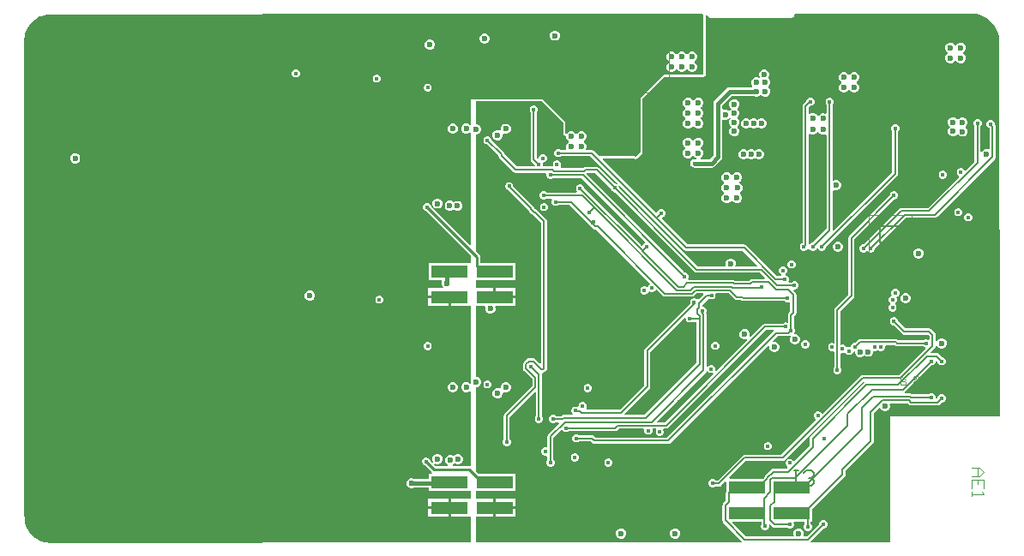
<source format=gbl>
G04*
G04 #@! TF.GenerationSoftware,Altium Limited,Altium Designer,23.8.1 (32)*
G04*
G04 Layer_Physical_Order=4*
G04 Layer_Color=16711680*
%FSLAX44Y44*%
%MOMM*%
G71*
G04*
G04 #@! TF.SameCoordinates,B2355FDD-5490-460F-BBB4-22D25E5E3D0D*
G04*
G04*
G04 #@! TF.FilePolarity,Positive*
G04*
G01*
G75*
%ADD13C,0.2000*%
%ADD14C,0.2540*%
%ADD19C,0.1001*%
%ADD20C,0.1999*%
%ADD21C,0.1500*%
%ADD22C,0.0500*%
%ADD23C,0.1200*%
%ADD38R,3.6800X1.2700*%
%ADD149C,0.4500*%
%ADD152C,0.6000*%
%ADD153C,0.4000*%
G36*
X674370Y538241D02*
Y478790D01*
X635000D01*
X612140Y455930D01*
Y402590D01*
X607060Y397510D01*
X606425Y398145D01*
X571381D01*
X566043Y403483D01*
X565051Y404146D01*
X563880Y404379D01*
X563880Y404379D01*
X559143D01*
X558295Y405649D01*
X558720Y406675D01*
Y408665D01*
X557959Y410502D01*
X556552Y411909D01*
X556181Y412063D01*
Y413437D01*
X556552Y413591D01*
X557959Y414998D01*
X558720Y416835D01*
Y418825D01*
X557959Y420662D01*
X556552Y422069D01*
X554715Y422830D01*
X552725D01*
X550888Y422069D01*
X549481Y420662D01*
X549327Y420291D01*
X547953D01*
X547799Y420662D01*
X546392Y422069D01*
X544555Y422830D01*
X542565D01*
X540728Y422069D01*
X539321Y420662D01*
X539115Y420164D01*
X537845Y420417D01*
Y432435D01*
X515620Y454660D01*
X445000D01*
Y429099D01*
X443730Y428573D01*
X442799Y429504D01*
X440961Y430265D01*
X438972D01*
X437135Y429504D01*
X435728Y428098D01*
X434967Y426260D01*
Y424271D01*
X435728Y422433D01*
X437135Y421027D01*
X438972Y420265D01*
X440961D01*
X442799Y421027D01*
X443730Y421958D01*
X445000Y421432D01*
Y310674D01*
X443827Y310188D01*
X405320Y348695D01*
Y348776D01*
X404711Y350246D01*
X403586Y351371D01*
X402116Y351980D01*
X400524D01*
X399054Y351371D01*
X397929Y350246D01*
X397320Y348776D01*
Y347184D01*
X397929Y345714D01*
X399054Y344589D01*
X400524Y343980D01*
X400605D01*
X445000Y299585D01*
Y293409D01*
X443970Y292830D01*
X443730Y292830D01*
X403170D01*
Y276130D01*
X415604D01*
X416237Y274860D01*
X415742Y273666D01*
Y271676D01*
X416503Y269839D01*
X417102Y269240D01*
X416576Y267970D01*
X402630D01*
Y260350D01*
X423570D01*
Y259080D01*
X424840D01*
Y250190D01*
X443730D01*
X444510Y250190D01*
X445000Y249123D01*
Y173739D01*
X443730Y173213D01*
X442799Y174144D01*
X440961Y174905D01*
X438972D01*
X437135Y174144D01*
X435728Y172738D01*
X434967Y170900D01*
Y168911D01*
X435728Y167073D01*
X437135Y165667D01*
X438972Y164905D01*
X440961D01*
X442799Y165667D01*
X443730Y166598D01*
X445000Y166072D01*
Y93027D01*
X443730Y92067D01*
X443302Y92152D01*
X426958D01*
X426705Y93422D01*
X427016Y93551D01*
X427605Y94140D01*
X428891Y94546D01*
X429442Y94318D01*
X430729Y93785D01*
X432718D01*
X434556Y94546D01*
X435963Y95952D01*
X436724Y97790D01*
Y99779D01*
X435963Y101617D01*
X434556Y103023D01*
X432718Y103785D01*
X430729D01*
X428891Y103023D01*
X428303Y102435D01*
X427016Y102029D01*
X426466Y102257D01*
X425178Y102790D01*
X423189D01*
X421352Y102029D01*
X419945Y100622D01*
X419184Y98785D01*
Y96795D01*
X419945Y94958D01*
X421352Y93551D01*
X421663Y93422D01*
X421410Y92152D01*
X409599D01*
X407881Y93871D01*
X408652Y94821D01*
X410489Y94060D01*
X412478D01*
X414316Y94821D01*
X415723Y96228D01*
X416484Y98065D01*
Y100055D01*
X415723Y101892D01*
X414316Y103299D01*
X412478Y104060D01*
X410489D01*
X408652Y103299D01*
X407245Y101892D01*
X406484Y100055D01*
Y98065D01*
X407245Y96228D01*
X406294Y95457D01*
X404400Y97351D01*
Y97431D01*
X403791Y98902D01*
X402666Y100027D01*
X401196Y100636D01*
X399604D01*
X398134Y100027D01*
X397009Y98902D01*
X396400Y97431D01*
Y95840D01*
X397009Y94370D01*
X398134Y93245D01*
X399604Y92636D01*
X399685D01*
X405860Y86461D01*
X406113Y84764D01*
X405955Y84550D01*
X403170D01*
Y79550D01*
X387991D01*
X387075Y79930D01*
X385085D01*
X383248Y79169D01*
X381841Y77762D01*
X381080Y75925D01*
Y73935D01*
X381841Y72098D01*
X383248Y70691D01*
X385085Y69930D01*
X387075D01*
X388912Y70691D01*
X389105Y70884D01*
X403170D01*
Y67850D01*
X443970D01*
X445000Y67271D01*
Y60757D01*
X444510Y59690D01*
X443730Y59690D01*
X424840D01*
Y50800D01*
Y41910D01*
X443730D01*
X444510Y41910D01*
X445000Y40843D01*
Y16316D01*
X29640Y16198D01*
X28759D01*
X25570Y16512D01*
X24615Y16638D01*
X23684Y16887D01*
X20617Y17818D01*
X18987Y18493D01*
X16162Y20003D01*
X15327Y20485D01*
X14562Y21072D01*
X12085Y23105D01*
X10838Y24352D01*
X8805Y26829D01*
X8218Y27594D01*
X7736Y28428D01*
X6225Y31255D01*
X5550Y32884D01*
X4620Y35951D01*
X4371Y36882D01*
X4245Y37838D01*
X3931Y41026D01*
Y41907D01*
X3914Y41993D01*
Y512352D01*
X3863Y512605D01*
Y513569D01*
X4178Y516758D01*
X4303Y517714D01*
X4553Y518645D01*
X5483Y521712D01*
X6158Y523341D01*
X7668Y526167D01*
X8151Y527002D01*
X8738Y527767D01*
X10770Y530244D01*
X12018Y531491D01*
X14494Y533523D01*
X15259Y534111D01*
X16094Y534593D01*
X18920Y536103D01*
X20550Y536778D01*
X23616Y537708D01*
X24547Y537958D01*
X25504Y538084D01*
X28692Y538398D01*
X29574D01*
X29602Y538403D01*
X29630Y538398D01*
X30445Y538416D01*
X444101Y538881D01*
X673471Y539138D01*
X674370Y538241D01*
D02*
G37*
G36*
X942991Y538933D02*
X946706Y537937D01*
X950260Y536465D01*
X953591Y534542D01*
X956643Y532200D01*
X959362Y529481D01*
X961704Y526429D01*
X963627Y523098D01*
X965099Y519544D01*
X966095Y515829D01*
X966566Y512251D01*
X966710Y141962D01*
X965812Y141064D01*
X858524D01*
Y16434D01*
X780724Y16412D01*
X780198Y17682D01*
X792806Y30290D01*
X793276D01*
X794746Y30899D01*
X795871Y32024D01*
X796480Y33494D01*
Y35086D01*
X795871Y36556D01*
X794746Y37681D01*
X793276Y38290D01*
X791684D01*
X790214Y37681D01*
X789089Y36556D01*
X788480Y35086D01*
Y34616D01*
X776323Y22459D01*
X773918D01*
X773070Y23729D01*
X773350Y24405D01*
Y26395D01*
X772589Y28232D01*
X771182Y29639D01*
X769345Y30400D01*
X767355D01*
X765518Y29639D01*
X764111Y28232D01*
X763350Y26395D01*
Y24405D01*
X763630Y23729D01*
X762782Y22459D01*
X716241D01*
X702504Y36197D01*
X702990Y37370D01*
X731281D01*
Y34208D01*
X730969Y33455D01*
Y31864D01*
X731578Y30394D01*
X732704Y29268D01*
X734174Y28660D01*
X735765D01*
X737235Y29268D01*
X738361Y30394D01*
X738969Y31864D01*
Y33455D01*
X738808Y33844D01*
X739885Y34564D01*
X742322Y32127D01*
X743314Y31464D01*
X744484Y31231D01*
X756862D01*
X757194Y30899D01*
X758664Y30290D01*
X760256D01*
X761726Y30899D01*
X762851Y32024D01*
X763460Y33494D01*
Y35086D01*
X763040Y36100D01*
X763696Y37370D01*
X774181D01*
Y34468D01*
X773849Y34136D01*
X773240Y32666D01*
Y31074D01*
X773849Y29604D01*
X774974Y28479D01*
X776444Y27870D01*
X778036D01*
X779506Y28479D01*
X780631Y29604D01*
X781240Y31074D01*
Y32666D01*
X780631Y34136D01*
X780299Y34468D01*
Y37370D01*
X781740D01*
Y49744D01*
X813693Y81697D01*
X813693Y81697D01*
X814356Y82689D01*
X814589Y83860D01*
Y87633D01*
X841633Y114677D01*
X842296Y115669D01*
X842529Y116840D01*
X842529Y116840D01*
Y144374D01*
X847427Y149272D01*
X848925Y148974D01*
X849205Y148298D01*
X850611Y146891D01*
X852449Y146130D01*
X854438D01*
X856276Y146891D01*
X857683Y148298D01*
X858444Y150135D01*
Y152125D01*
X858164Y152801D01*
X859012Y154071D01*
X875682D01*
X876896Y152857D01*
X876896Y152857D01*
X877888Y152194D01*
X879059Y151961D01*
X879059Y151961D01*
X905590D01*
X905590Y151961D01*
X906760Y152194D01*
X907753Y152857D01*
X909646Y154750D01*
X910116D01*
X911586Y155359D01*
X912711Y156484D01*
X913320Y157954D01*
Y159546D01*
X912711Y161016D01*
X911586Y162141D01*
X910116Y162750D01*
X908524D01*
X907054Y162141D01*
X905929Y161016D01*
X905320Y159546D01*
X904234Y158752D01*
X903160Y159224D01*
Y160816D01*
X902551Y162286D01*
X901426Y163411D01*
X899956Y164020D01*
X898364D01*
X896894Y163411D01*
X896562Y163079D01*
X880133D01*
X879569Y163456D01*
X878398Y163689D01*
X878398Y163689D01*
X872818D01*
X872718Y163952D01*
X872607Y164959D01*
X873383Y165477D01*
X899486Y191580D01*
X899956D01*
X901426Y192189D01*
X902551Y193314D01*
X903160Y194784D01*
Y195618D01*
X904430Y196144D01*
X905320Y195254D01*
Y194784D01*
X905929Y193314D01*
X907054Y192189D01*
X908524Y191580D01*
X910116D01*
X911586Y192189D01*
X912711Y193314D01*
X913320Y194784D01*
Y196376D01*
X912711Y197846D01*
X911586Y198971D01*
X910116Y199580D01*
X909646D01*
X906483Y202743D01*
X905490Y203406D01*
X904320Y203639D01*
X904320Y203639D01*
X899234D01*
X898748Y204812D01*
X902593Y208657D01*
X903256Y209650D01*
X903489Y210820D01*
X904597Y211274D01*
X904759Y211306D01*
X905081Y210528D01*
X906488Y209121D01*
X908325Y208360D01*
X910315D01*
X912152Y209121D01*
X913559Y210528D01*
X914320Y212365D01*
Y214355D01*
X913559Y216192D01*
X912152Y217599D01*
X910315Y218360D01*
X908325D01*
X906488Y217599D01*
X905081Y216192D01*
X904759Y215414D01*
X903489Y215667D01*
Y221701D01*
X903489Y221701D01*
X903256Y222872D01*
X902593Y223864D01*
X902593Y223864D01*
X899295Y227162D01*
X898302Y227825D01*
X897132Y228058D01*
X897132Y228058D01*
X873548D01*
X866330Y235276D01*
Y235746D01*
X865721Y237216D01*
X864596Y238341D01*
X863126Y238950D01*
X861534D01*
X860064Y238341D01*
X858939Y237216D01*
X858330Y235746D01*
Y234154D01*
X858939Y232684D01*
X860064Y231559D01*
X861534Y230950D01*
X862004D01*
X870118Y222836D01*
X870118Y222836D01*
X871110Y222173D01*
X872281Y221940D01*
X895865D01*
X897371Y220434D01*
Y217385D01*
X896101Y216852D01*
X894876Y217360D01*
X893284D01*
X891814Y216751D01*
X891482Y216419D01*
X866797D01*
X866423Y216793D01*
X865431Y217456D01*
X864260Y217689D01*
X864260Y217689D01*
X828632D01*
X828632Y217689D01*
X827461Y217456D01*
X826469Y216793D01*
X823583Y213907D01*
X823113D01*
X821643Y213298D01*
X820518Y212173D01*
X819909Y210703D01*
Y210356D01*
X818853Y209650D01*
X818636Y209740D01*
X817045D01*
X816467Y209501D01*
X814856Y210072D01*
X814845Y210098D01*
X813720Y211223D01*
X812250Y211832D01*
X810658D01*
X810569Y211795D01*
X809513Y212500D01*
Y244940D01*
X822583Y258010D01*
X822583Y258010D01*
X823246Y259003D01*
X823479Y260173D01*
Y316233D01*
X862656Y355410D01*
X863126D01*
X864596Y356019D01*
X865721Y357144D01*
X866330Y358614D01*
Y360206D01*
X865721Y361676D01*
X864596Y362801D01*
X863126Y363410D01*
X861534D01*
X860064Y362801D01*
X858939Y361676D01*
X858330Y360206D01*
Y359736D01*
X818257Y319663D01*
X817594Y318671D01*
X817361Y317500D01*
X817361Y317500D01*
Y261440D01*
X804291Y248370D01*
X803628Y247377D01*
X803395Y246207D01*
X803395Y246207D01*
Y214184D01*
X802339Y213478D01*
X802166Y213550D01*
X800574D01*
X799104Y212941D01*
X797979Y211816D01*
X797370Y210346D01*
Y208754D01*
X797979Y207284D01*
X799104Y206159D01*
X800574Y205550D01*
X802166D01*
X802339Y205622D01*
X803395Y204916D01*
Y189288D01*
X803063Y188956D01*
X802454Y187486D01*
Y185894D01*
X803063Y184424D01*
X804188Y183299D01*
X805658Y182690D01*
X807250D01*
X808720Y183299D01*
X809845Y184424D01*
X810454Y185894D01*
Y187486D01*
X809845Y188956D01*
X809513Y189288D01*
Y203163D01*
X810569Y203869D01*
X810658Y203832D01*
X812250D01*
X812827Y204071D01*
X814438Y203500D01*
X814449Y203474D01*
X815575Y202349D01*
X817045Y201740D01*
X818636D01*
X820106Y202349D01*
X821231Y203474D01*
X821840Y204944D01*
X822971Y205627D01*
X823840Y205298D01*
Y203944D01*
X824602Y202107D01*
X826008Y200700D01*
X827846Y199939D01*
X829835D01*
X831673Y200700D01*
X832923Y201951D01*
X834101Y200772D01*
X835939Y200011D01*
X837928D01*
X839766Y200772D01*
X841173Y202179D01*
X841934Y204017D01*
Y205182D01*
X842484Y205550D01*
X844076D01*
X845546Y206159D01*
X846455Y207068D01*
X847364Y206159D01*
X848834Y205550D01*
X850426D01*
X851896Y206159D01*
X853021Y207284D01*
X853630Y208754D01*
Y210346D01*
X853560Y210515D01*
X854265Y211571D01*
X862993D01*
X863367Y211197D01*
X863367Y211197D01*
X864360Y210534D01*
X865530Y210301D01*
X865530Y210301D01*
X891482D01*
X891814Y209969D01*
X892976Y209488D01*
X893471Y208187D01*
X867413Y182129D01*
X831305D01*
X831305Y182129D01*
X830134Y181896D01*
X829142Y181233D01*
X829142Y181233D01*
X791886Y143977D01*
X790641Y144225D01*
X790603Y144314D01*
X789478Y145440D01*
X788008Y146049D01*
X786417D01*
X784947Y145440D01*
X783821Y144314D01*
X783213Y142844D01*
Y141253D01*
X783821Y139783D01*
X784859Y138746D01*
X785084Y138381D01*
X785284Y137375D01*
X751218Y103309D01*
X714930D01*
X714930Y103309D01*
X713760Y103076D01*
X712767Y102413D01*
X712767Y102413D01*
X688343Y77989D01*
X685858D01*
X685526Y78321D01*
X684056Y78930D01*
X682464D01*
X680994Y78321D01*
X679869Y77196D01*
X679260Y75726D01*
Y74134D01*
X679869Y72664D01*
X680994Y71539D01*
X682464Y70930D01*
X684056D01*
X685526Y71539D01*
X685858Y71871D01*
X689610D01*
X689610Y71871D01*
X690780Y72104D01*
X691773Y72767D01*
X695367Y76361D01*
X696540Y75875D01*
Y66066D01*
X696481Y65770D01*
X696481Y65770D01*
Y57873D01*
X693877Y55268D01*
X693214Y54276D01*
X692981Y53106D01*
X692981Y53105D01*
Y38335D01*
X692981Y38335D01*
X693214Y37164D01*
X693877Y36172D01*
X712386Y17663D01*
X711860Y16393D01*
X450898Y16318D01*
X450000Y17216D01*
Y41910D01*
X466700D01*
Y50800D01*
Y59690D01*
X450000D01*
Y67850D01*
X488370D01*
Y84550D01*
X452285D01*
X450000Y86835D01*
Y169905D01*
X451062D01*
X452900Y170667D01*
X454306Y172073D01*
X455067Y173911D01*
Y175900D01*
X454306Y177738D01*
X452900Y179144D01*
X451062Y179905D01*
X450000D01*
Y250190D01*
X458428D01*
X459133Y249134D01*
X458819Y248375D01*
Y246386D01*
X459580Y244548D01*
X460987Y243142D01*
X462825Y242381D01*
X464814D01*
X466651Y243142D01*
X468058Y244548D01*
X468819Y246386D01*
Y248375D01*
X468505Y249134D01*
X469211Y250190D01*
X488910D01*
Y257810D01*
X467970D01*
Y259080D01*
X466700D01*
Y267970D01*
X450000D01*
Y276130D01*
X488370D01*
Y292830D01*
X454174D01*
Y298460D01*
X453920Y299736D01*
X453198Y300818D01*
X450000Y304015D01*
Y419886D01*
X450553D01*
X452391Y420647D01*
X453798Y422054D01*
X454559Y423891D01*
Y425880D01*
X453798Y427718D01*
X452391Y429125D01*
X450553Y429886D01*
X450000D01*
Y452621D01*
X514775D01*
X535806Y431590D01*
Y420417D01*
X535845Y420220D01*
Y420019D01*
X535922Y419834D01*
X535961Y419637D01*
X536073Y419470D01*
X536149Y419284D01*
X536292Y419142D01*
X536403Y418975D01*
X536570Y418864D01*
X536712Y418722D01*
X536898Y418645D01*
X537065Y418533D01*
X537262Y418494D01*
X537447Y418417D01*
X538560Y418196D01*
Y416835D01*
X539321Y414998D01*
X540728Y413591D01*
X541099Y413437D01*
Y412063D01*
X540728Y411909D01*
X539321Y410502D01*
X538560Y408665D01*
Y406675D01*
X538985Y405649D01*
X538137Y404379D01*
X533462D01*
X533130Y404711D01*
X531660Y405320D01*
X530068D01*
X528598Y404711D01*
X527473Y403586D01*
X526864Y402116D01*
Y400524D01*
X527473Y399054D01*
X528598Y397929D01*
X530068Y397320D01*
X531660D01*
X533130Y397929D01*
X533462Y398261D01*
X562613D01*
X589130Y371744D01*
X588411Y370668D01*
X587536Y371030D01*
X587066D01*
X571123Y386973D01*
X570131Y387636D01*
X568960Y387869D01*
X568960Y387869D01*
X557725D01*
X557724Y387869D01*
X556554Y387636D01*
X555562Y386973D01*
X555267Y386679D01*
X533699D01*
X533119Y387949D01*
X533594Y389094D01*
Y390686D01*
X532985Y392156D01*
X531860Y393281D01*
X530390Y393890D01*
X528798D01*
X527328Y393281D01*
X526203Y392156D01*
X525594Y390686D01*
Y389156D01*
X525567Y388959D01*
X524694Y387949D01*
X516482D01*
X515777Y389005D01*
X515814Y389094D01*
Y390686D01*
X515696Y390970D01*
X516419Y392240D01*
X517890Y392849D01*
X519015Y393974D01*
X519624Y395444D01*
Y397036D01*
X519015Y398506D01*
X517890Y399631D01*
X516419Y400240D01*
X514828D01*
X513358Y399631D01*
X512233Y398506D01*
X511624Y397036D01*
Y396981D01*
X510354Y396349D01*
X509793Y396774D01*
Y441902D01*
X510125Y442234D01*
X510734Y443704D01*
Y445296D01*
X510125Y446766D01*
X509000Y447891D01*
X507529Y448500D01*
X505938D01*
X504468Y447891D01*
X503343Y446766D01*
X502734Y445296D01*
Y443704D01*
X503343Y442234D01*
X503675Y441902D01*
Y394970D01*
X503675Y394970D01*
X503908Y393800D01*
X504571Y392807D01*
X507814Y389564D01*
Y389094D01*
X507851Y389005D01*
X507145Y387949D01*
X490137D01*
X478190Y399896D01*
Y399898D01*
X478190Y399899D01*
X477957Y401069D01*
X477294Y402062D01*
X477294Y402062D01*
X465010Y414346D01*
Y414816D01*
X464401Y416286D01*
X463276Y417411D01*
X461806Y418020D01*
X460214D01*
X458744Y417411D01*
X457619Y416286D01*
X457010Y414816D01*
Y413224D01*
X457619Y411754D01*
X458744Y410629D01*
X460214Y410020D01*
X460684D01*
X472073Y398632D01*
Y398629D01*
X472073Y398629D01*
X472305Y397458D01*
X472968Y396466D01*
X486707Y382727D01*
X486707Y382727D01*
X487699Y382064D01*
X488870Y381831D01*
X518638D01*
X519343Y380775D01*
X519240Y380526D01*
Y378934D01*
X519849Y377464D01*
X520974Y376339D01*
X522444Y375730D01*
X524036D01*
X525506Y376339D01*
X525838Y376671D01*
X553873D01*
X616892Y313652D01*
X616594Y312154D01*
X616224Y312001D01*
X615099Y310876D01*
X614830Y310227D01*
X613332Y309929D01*
X556398Y366862D01*
Y367332D01*
X555789Y368802D01*
X554664Y369928D01*
X553194Y370536D01*
X551603D01*
X550132Y369928D01*
X549007Y368802D01*
X548398Y367332D01*
Y365741D01*
X549007Y364271D01*
X549539Y363739D01*
X549013Y362469D01*
X519541D01*
X518914Y363096D01*
X517444Y363705D01*
X515852D01*
X514382Y363096D01*
X513257Y361971D01*
X512648Y360501D01*
Y358910D01*
X513257Y357440D01*
X514382Y356314D01*
X515852Y355705D01*
X517444D01*
X518914Y356314D01*
X518951Y356351D01*
X524299D01*
X524832Y355081D01*
X524324Y353856D01*
Y352264D01*
X524933Y350794D01*
X526058Y349669D01*
X527528Y349060D01*
X529119D01*
X530590Y349669D01*
X530922Y350001D01*
X542005D01*
X561509Y330496D01*
X562069Y329659D01*
X563061Y328996D01*
X563240Y328960D01*
X563448Y328821D01*
X565574Y326695D01*
X565574Y326695D01*
X566566Y326032D01*
X567737Y325799D01*
X567737Y325799D01*
X568486D01*
X621642Y272644D01*
X621394Y271398D01*
X621304Y271361D01*
X620179Y270236D01*
X619716Y269117D01*
X618688Y268746D01*
X618300Y268737D01*
X618216Y268821D01*
X616746Y269430D01*
X615154D01*
X613684Y268821D01*
X612559Y267696D01*
X611950Y266226D01*
Y264634D01*
X612559Y263164D01*
X613684Y262039D01*
X615154Y261430D01*
X616746D01*
X618216Y262039D01*
X619341Y263164D01*
X619804Y264283D01*
X620832Y264654D01*
X621220Y264663D01*
X621304Y264579D01*
X622774Y263970D01*
X624366D01*
X625836Y264579D01*
X626961Y265704D01*
X626998Y265794D01*
X628244Y266042D01*
X634128Y260157D01*
X635121Y259494D01*
X636291Y259261D01*
X636291Y259261D01*
X662919D01*
X662919Y259261D01*
X664090Y259494D01*
X665082Y260157D01*
X667643Y262718D01*
X673756D01*
X674282Y261448D01*
X669559Y256724D01*
X667933Y256895D01*
X667295Y257533D01*
X665825Y258143D01*
X664233D01*
X662763Y257533D01*
X661638Y256408D01*
X661029Y254938D01*
Y253347D01*
X661293Y252708D01*
X616681Y208096D01*
X616018Y207104D01*
X615785Y205933D01*
X615785Y205933D01*
Y171797D01*
X591827Y147839D01*
X559019D01*
X558486Y149109D01*
X558994Y150334D01*
Y151926D01*
X558385Y153396D01*
X557260Y154521D01*
X555789Y155130D01*
X554198D01*
X552728Y154521D01*
X551603Y153396D01*
X550994Y151926D01*
Y151083D01*
X550895Y150964D01*
X549724Y150339D01*
X548744Y150745D01*
X547153D01*
X545683Y150136D01*
X544558Y149011D01*
X543949Y147541D01*
Y145949D01*
X544558Y144479D01*
X545008Y144029D01*
X544482Y142759D01*
X536489D01*
X536489Y142759D01*
X535318Y142526D01*
X534326Y141863D01*
X534326Y141863D01*
X533952Y141489D01*
X528382D01*
X528050Y141821D01*
X526580Y142430D01*
X524988D01*
X523518Y141821D01*
X522393Y140696D01*
X521784Y139226D01*
Y137634D01*
X522393Y136164D01*
X523518Y135039D01*
X524988Y134430D01*
X526580D01*
X528050Y135039D01*
X528382Y135371D01*
X531259D01*
X531745Y134198D01*
X521081Y123534D01*
X520418Y122542D01*
X520185Y121371D01*
X520185Y121371D01*
Y110955D01*
X519129Y110250D01*
X518960Y110320D01*
X517368D01*
X515898Y109711D01*
X514773Y108586D01*
X514164Y107116D01*
Y105524D01*
X514773Y104054D01*
X515898Y102929D01*
X517368Y102320D01*
X518960D01*
X519129Y102390D01*
X520185Y101685D01*
Y97848D01*
X519853Y97516D01*
X519244Y96046D01*
Y94454D01*
X519853Y92984D01*
X520978Y91859D01*
X522448Y91250D01*
X524039D01*
X525510Y91859D01*
X526635Y92984D01*
X527244Y94454D01*
Y96046D01*
X526635Y97516D01*
X526303Y97848D01*
Y120104D01*
X533810Y127612D01*
X534816Y127411D01*
X535181Y127186D01*
X536218Y126149D01*
X537688Y125540D01*
X539280D01*
X540750Y126149D01*
X541082Y126481D01*
X587014D01*
X587014Y126481D01*
X588185Y126714D01*
X589177Y127377D01*
X590741Y128941D01*
X615092D01*
X615797Y127885D01*
X615760Y127796D01*
Y126204D01*
X616369Y124734D01*
X617494Y123609D01*
X618964Y123000D01*
X620556D01*
X622026Y123609D01*
X623151Y124734D01*
X623760Y126204D01*
Y127796D01*
X623723Y127885D01*
X624428Y128941D01*
X627165D01*
X627698Y127671D01*
X627190Y126446D01*
Y124854D01*
X627799Y123384D01*
X628924Y122259D01*
X630394Y121650D01*
X631986D01*
X633456Y122259D01*
X634581Y123384D01*
X635190Y124854D01*
Y126446D01*
X634682Y127671D01*
X635215Y128941D01*
X637464D01*
X637464Y128941D01*
X638634Y129174D01*
X639627Y129837D01*
X736601Y226811D01*
X743161D01*
X743437Y226404D01*
X743650Y225541D01*
X638277Y120169D01*
X567829D01*
X566455Y121543D01*
X565463Y122206D01*
X564292Y122439D01*
X564292Y122439D01*
X551242D01*
X550910Y122771D01*
X549440Y123380D01*
X547848D01*
X546378Y122771D01*
X545253Y121646D01*
X544644Y120176D01*
Y118584D01*
X545253Y117114D01*
X546378Y115989D01*
X547848Y115380D01*
X549440D01*
X550910Y115989D01*
X551242Y116321D01*
X563025D01*
X564399Y114947D01*
X564399Y114947D01*
X565392Y114284D01*
X566562Y114051D01*
X639544D01*
X639544Y114051D01*
X640715Y114284D01*
X641707Y114947D01*
X738228Y211468D01*
X739304Y210748D01*
X739220Y210545D01*
Y208555D01*
X739981Y206718D01*
X741388Y205311D01*
X743225Y204550D01*
X745215D01*
X747052Y205311D01*
X748459Y206718D01*
X749220Y208555D01*
Y210545D01*
X748459Y212382D01*
X747052Y213789D01*
X745215Y214550D01*
X743225D01*
X743022Y214466D01*
X742302Y215542D01*
X747301Y220541D01*
X757732D01*
X757733Y220541D01*
X758903Y220774D01*
X759619Y221253D01*
X759827Y221227D01*
X760305Y219909D01*
X759544Y218072D01*
Y216083D01*
X760305Y214245D01*
X761712Y212838D01*
X763549Y212077D01*
X765538D01*
X767376Y212838D01*
X768783Y214245D01*
X769544Y216083D01*
Y218072D01*
X768783Y219909D01*
X767376Y221316D01*
X765538Y222077D01*
X764204D01*
X763678Y223347D01*
X764125Y223794D01*
X764734Y225264D01*
Y226856D01*
X764125Y228326D01*
X763793Y228658D01*
Y240109D01*
X765191Y241508D01*
X765192Y241508D01*
X765855Y242500D01*
X766087Y243671D01*
X766087Y243671D01*
Y260986D01*
X766087Y260986D01*
X765855Y262156D01*
X765192Y263149D01*
X763028Y265313D01*
X763626Y266510D01*
X764794D01*
X766265Y267119D01*
X767390Y268244D01*
X767999Y269714D01*
Y271306D01*
X767390Y272776D01*
X766265Y273901D01*
X764794Y274510D01*
X763203D01*
X761733Y273901D01*
X761401Y273569D01*
X758405D01*
X757836Y274839D01*
X758318Y276003D01*
Y277594D01*
X757710Y279064D01*
X756584Y280189D01*
X755543Y280621D01*
X755375Y281235D01*
X755324Y281948D01*
X755329Y281979D01*
X756332Y282981D01*
X756941Y284452D01*
Y286043D01*
X756332Y287513D01*
X755206Y288638D01*
X753736Y289247D01*
X752145D01*
X750675Y288638D01*
X749550Y287513D01*
X748941Y286043D01*
Y284452D01*
X749550Y282981D01*
X750675Y281856D01*
X750816Y281798D01*
X751232Y280940D01*
X751220Y280256D01*
X750743Y279857D01*
X746818D01*
X716584Y310092D01*
X715592Y310755D01*
X714421Y310988D01*
X714421Y310988D01*
X658538D01*
X642243Y327283D01*
X642243Y327283D01*
X633166Y336360D01*
X633196Y336791D01*
X633564Y337758D01*
X634726Y338239D01*
X635851Y339364D01*
X636460Y340834D01*
Y342426D01*
X635851Y343896D01*
X634726Y345021D01*
X633256Y345630D01*
X631664D01*
X630194Y345021D01*
X629069Y343896D01*
X628588Y342734D01*
X627621Y342366D01*
X627190Y342336D01*
X574593Y394933D01*
X575079Y396106D01*
X605580D01*
X605618Y396068D01*
X606280Y395626D01*
X607060Y395471D01*
X607840Y395626D01*
X608502Y396068D01*
X608502Y396068D01*
X613582Y401148D01*
X614024Y401810D01*
X614179Y402590D01*
Y455085D01*
X635845Y476751D01*
X674370D01*
X675150Y476906D01*
X675812Y477348D01*
X676254Y478010D01*
X676409Y478790D01*
Y537213D01*
X677590Y538313D01*
X678567Y537740D01*
X678761Y536765D01*
X679314Y535938D01*
X680141Y535385D01*
X681116Y535191D01*
X761116D01*
X762092Y535385D01*
X762919Y535938D01*
X763471Y536765D01*
X763665Y537740D01*
X763620Y537970D01*
X764531Y539241D01*
X937257Y539435D01*
X939177D01*
X942991Y538933D01*
D02*
G37*
G36*
X625217Y335657D02*
X625217Y335657D01*
X637917Y322957D01*
X637917Y322957D01*
X655108Y305766D01*
X655108Y305766D01*
X656101Y305103D01*
X657271Y304870D01*
X713154D01*
X727692Y290332D01*
X727206Y289159D01*
X706608D01*
X705760Y290429D01*
X706040Y291105D01*
Y293095D01*
X705279Y294932D01*
X703872Y296339D01*
X702035Y297100D01*
X700045D01*
X698208Y296339D01*
X696801Y294932D01*
X696040Y293095D01*
Y291105D01*
X696320Y290429D01*
X695472Y289159D01*
X668937D01*
X590740Y367356D01*
Y367826D01*
X590378Y368701D01*
X591454Y369420D01*
X625217Y335657D01*
D02*
G37*
G36*
X582740Y366704D02*
Y366234D01*
X583349Y364764D01*
X584474Y363639D01*
X585944Y363030D01*
X586414D01*
X665507Y283937D01*
X666499Y283274D01*
X667670Y283041D01*
X667670Y283041D01*
X730033D01*
X734948Y278126D01*
X734462Y276953D01*
X722169D01*
X722169Y276953D01*
X720998Y276720D01*
X720006Y276057D01*
X719249Y275300D01*
X705216D01*
X704763Y275603D01*
X703593Y275835D01*
X703593Y275835D01*
X659358D01*
X658832Y277105D01*
X658861Y277134D01*
X659470Y278604D01*
Y280196D01*
X658861Y281666D01*
X657736Y282791D01*
X656266Y283400D01*
X655796D01*
X558611Y380584D01*
X558638Y380854D01*
X559241Y381751D01*
X567693D01*
X582740Y366704D01*
D02*
G37*
G36*
X705227Y256917D02*
X705227Y256917D01*
X706219Y256254D01*
X707390Y256021D01*
X707390Y256021D01*
X711203D01*
X711322Y255903D01*
X712314Y255240D01*
X713485Y255007D01*
X713485Y255007D01*
X754753D01*
X755086Y254674D01*
X756556Y254065D01*
X758147D01*
X758700Y254294D01*
X759970Y253446D01*
Y244938D01*
X758571Y243539D01*
X757908Y242547D01*
X757675Y241376D01*
X757675Y241376D01*
Y234505D01*
X756619Y233800D01*
X756450Y233870D01*
X754858D01*
X753388Y233261D01*
X753056Y232929D01*
X735334D01*
X735334Y232929D01*
X734163Y232696D01*
X733171Y232033D01*
X720678Y219540D01*
X719601Y220259D01*
X720014Y221255D01*
Y223245D01*
X719253Y225082D01*
X717846Y226489D01*
X716008Y227250D01*
X714019D01*
X712181Y226489D01*
X710775Y225082D01*
X710014Y223245D01*
Y221255D01*
X710775Y219418D01*
X712181Y218011D01*
X714019Y217250D01*
X716008D01*
X717005Y217663D01*
X717724Y216586D01*
X686742Y185604D01*
X685665Y186323D01*
X686030Y187204D01*
Y188796D01*
X685421Y190266D01*
X684296Y191391D01*
X682826Y192000D01*
X681234D01*
X679764Y191391D01*
X678703Y190329D01*
X678383Y190352D01*
X677433Y190672D01*
Y241715D01*
X677200Y242885D01*
X676773Y243524D01*
X677100Y244314D01*
Y245906D01*
X676491Y247376D01*
X675366Y248501D01*
X673896Y249110D01*
X672856D01*
Y251369D01*
X678821Y257335D01*
X680140D01*
X681489Y256777D01*
X683080D01*
X684550Y257386D01*
X685675Y258511D01*
X686284Y259981D01*
Y261572D01*
X686247Y261662D01*
X686953Y262718D01*
X699426D01*
X705227Y256917D01*
D02*
G37*
G36*
X656760Y237728D02*
Y237055D01*
X657370Y235585D01*
X658495Y234459D01*
X659965Y233850D01*
X661556D01*
X662958Y234431D01*
X667505D01*
Y194307D01*
X615957Y142759D01*
X597058D01*
X596572Y143932D01*
X621007Y168367D01*
X621007Y168367D01*
X621670Y169359D01*
X621903Y170530D01*
Y204666D01*
X655490Y238254D01*
X656760Y237728D01*
D02*
G37*
G36*
X678639Y185734D02*
X679764Y184609D01*
X681234Y184000D01*
X682826D01*
X683707Y184365D01*
X684426Y183288D01*
X636197Y135059D01*
X628728D01*
X628242Y136232D01*
X676537Y184527D01*
X676537Y184527D01*
X677200Y185519D01*
X677250Y185770D01*
X678570Y185900D01*
X678639Y185734D01*
D02*
G37*
G36*
X832665Y175630D02*
X832956Y174849D01*
X832917Y174271D01*
X832822Y174208D01*
X779940Y121326D01*
X779277Y120334D01*
X779044Y119163D01*
X779044Y119163D01*
Y112085D01*
X763946Y96987D01*
X762701Y97235D01*
X762663Y97324D01*
X761538Y98450D01*
X760068Y99059D01*
X758477D01*
X757007Y98450D01*
X755881Y97324D01*
X755273Y95854D01*
Y94263D01*
X755881Y92793D01*
X756919Y91756D01*
X757144Y91391D01*
X757344Y90385D01*
X756489Y89530D01*
X743456D01*
X743456Y89530D01*
X742286Y89297D01*
X741293Y88634D01*
X734777Y82118D01*
X734114Y81126D01*
X733976Y80432D01*
X733014Y79470D01*
X700135D01*
X699649Y80643D01*
X716197Y97191D01*
X752485D01*
X752485Y97191D01*
X753655Y97424D01*
X754648Y98087D01*
X832216Y175655D01*
X832665Y175630D01*
D02*
G37*
%LPC*%
G36*
X528500Y522435D02*
X526511D01*
X524674Y521673D01*
X523267Y520267D01*
X522506Y518429D01*
Y516440D01*
X523267Y514602D01*
X524674Y513196D01*
X526511Y512435D01*
X528500D01*
X530338Y513196D01*
X531745Y514602D01*
X532506Y516440D01*
Y518429D01*
X531745Y520267D01*
X530338Y521673D01*
X528500Y522435D01*
D02*
G37*
G36*
X459197Y519615D02*
X457208D01*
X455370Y518853D01*
X453964Y517447D01*
X453203Y515609D01*
Y513620D01*
X453964Y511782D01*
X455370Y510376D01*
X457208Y509615D01*
X459197D01*
X461035Y510376D01*
X462441Y511782D01*
X463203Y513620D01*
Y515609D01*
X462441Y517447D01*
X461035Y518853D01*
X459197Y519615D01*
D02*
G37*
G36*
X405189Y513331D02*
X403200D01*
X401362Y512570D01*
X399956Y511163D01*
X399195Y509326D01*
Y507337D01*
X399956Y505499D01*
X401362Y504092D01*
X403200Y503331D01*
X405189D01*
X407027Y504092D01*
X408434Y505499D01*
X409195Y507337D01*
Y509326D01*
X408434Y511163D01*
X407027Y512570D01*
X405189Y513331D01*
D02*
G37*
G36*
X663935Y501570D02*
X661945D01*
X660108Y500809D01*
X658701Y499402D01*
X658547Y499031D01*
X657173D01*
X657019Y499402D01*
X655612Y500809D01*
X653775Y501570D01*
X651785D01*
X649948Y500809D01*
X648541Y499402D01*
X648387Y499031D01*
X647013D01*
X646859Y499402D01*
X645452Y500809D01*
X643615Y501570D01*
X641625D01*
X639788Y500809D01*
X638381Y499402D01*
X637620Y497565D01*
Y495575D01*
X638381Y493738D01*
X639788Y492331D01*
X640159Y492177D01*
Y490803D01*
X639788Y490649D01*
X638381Y489242D01*
X637620Y487405D01*
Y485415D01*
X638381Y483578D01*
X639788Y482171D01*
X641625Y481410D01*
X643615D01*
X645452Y482171D01*
X646859Y483578D01*
X647013Y483949D01*
X648387D01*
X648541Y483578D01*
X649948Y482171D01*
X651785Y481410D01*
X653775D01*
X655612Y482171D01*
X657019Y483578D01*
X657173Y483949D01*
X658547D01*
X658701Y483578D01*
X660108Y482171D01*
X661945Y481410D01*
X663935D01*
X665772Y482171D01*
X667179Y483578D01*
X667940Y485415D01*
Y487405D01*
X667179Y489242D01*
X665772Y490649D01*
X665401Y490803D01*
Y492177D01*
X665772Y492331D01*
X667179Y493738D01*
X667940Y495575D01*
Y497565D01*
X667179Y499402D01*
X665772Y500809D01*
X663935Y501570D01*
D02*
G37*
G36*
X272563Y484049D02*
X270971D01*
X269501Y483440D01*
X268376Y482315D01*
X267767Y480845D01*
Y479253D01*
X268376Y477783D01*
X269501Y476658D01*
X270971Y476049D01*
X272563D01*
X274033Y476658D01*
X275158Y477783D01*
X275767Y479253D01*
Y480845D01*
X275158Y482315D01*
X274033Y483440D01*
X272563Y484049D01*
D02*
G37*
G36*
X352589Y478980D02*
X350998D01*
X349528Y478371D01*
X348403Y477246D01*
X347794Y475776D01*
Y474184D01*
X348403Y472714D01*
X349528Y471589D01*
X350998Y470980D01*
X352589D01*
X354060Y471589D01*
X355185Y472714D01*
X355794Y474184D01*
Y475776D01*
X355185Y477246D01*
X354060Y478371D01*
X352589Y478980D01*
D02*
G37*
G36*
X402758Y469825D02*
X401167D01*
X399697Y469216D01*
X398571Y468091D01*
X397962Y466621D01*
Y465030D01*
X398571Y463560D01*
X399697Y462434D01*
X401167Y461825D01*
X402758D01*
X404228Y462434D01*
X405353Y463560D01*
X405962Y465030D01*
Y466621D01*
X405353Y468091D01*
X404228Y469216D01*
X402758Y469825D01*
D02*
G37*
G36*
X427710Y430265D02*
X425721D01*
X423884Y429504D01*
X422477Y428098D01*
X421716Y426260D01*
Y424271D01*
X422477Y422433D01*
X423884Y421027D01*
X425721Y420265D01*
X427710D01*
X429548Y421027D01*
X430955Y422433D01*
X431716Y424271D01*
Y426260D01*
X430955Y428098D01*
X429548Y429504D01*
X427710Y430265D01*
D02*
G37*
G36*
X54873Y401190D02*
X52884D01*
X51046Y400429D01*
X49639Y399022D01*
X48878Y397185D01*
Y395196D01*
X49639Y393358D01*
X51046Y391951D01*
X52884Y391190D01*
X54873D01*
X56710Y391951D01*
X58117Y393358D01*
X58878Y395196D01*
Y397185D01*
X58117Y399022D01*
X56710Y400429D01*
X54873Y401190D01*
D02*
G37*
G36*
X412471Y356445D02*
X410481D01*
X408644Y355684D01*
X407237Y354278D01*
X406476Y352440D01*
Y350451D01*
X407237Y348613D01*
X408644Y347207D01*
X410481Y346445D01*
X412471D01*
X414308Y347207D01*
X415715Y348613D01*
X416476Y350451D01*
Y352440D01*
X415715Y354278D01*
X414308Y355684D01*
X412471Y356445D01*
D02*
G37*
G36*
X424811Y354402D02*
X422822D01*
X420984Y353641D01*
X419577Y352234D01*
X418816Y350396D01*
Y348407D01*
X419577Y346570D01*
X420984Y345163D01*
X422822Y344402D01*
X424811D01*
X426649Y345163D01*
X427314Y345828D01*
X428359Y344783D01*
X430197Y344021D01*
X432186D01*
X434024Y344783D01*
X435430Y346189D01*
X436191Y348027D01*
Y350016D01*
X435430Y351854D01*
X434024Y353260D01*
X432186Y354021D01*
X430197D01*
X428359Y353260D01*
X427694Y352595D01*
X426649Y353641D01*
X424811Y354402D01*
D02*
G37*
G36*
X286748Y265350D02*
X284759D01*
X282922Y264589D01*
X281515Y263182D01*
X280754Y261345D01*
Y259355D01*
X281515Y257518D01*
X282922Y256111D01*
X284759Y255350D01*
X286748D01*
X288586Y256111D01*
X289993Y257518D01*
X290754Y259355D01*
Y261345D01*
X289993Y263182D01*
X288586Y264589D01*
X286748Y265350D01*
D02*
G37*
G36*
X355130Y260540D02*
X353538D01*
X352068Y259931D01*
X350943Y258806D01*
X350334Y257336D01*
Y255744D01*
X350943Y254274D01*
X352068Y253149D01*
X353538Y252540D01*
X355130D01*
X356600Y253149D01*
X357725Y254274D01*
X358334Y255744D01*
Y257336D01*
X357725Y258806D01*
X356600Y259931D01*
X355130Y260540D01*
D02*
G37*
G36*
X422300Y257810D02*
X402630D01*
Y250190D01*
X422300D01*
Y257810D01*
D02*
G37*
G36*
X402758Y214466D02*
X401167D01*
X399697Y213857D01*
X398571Y212731D01*
X397962Y211261D01*
Y209670D01*
X398571Y208200D01*
X399697Y207075D01*
X401167Y206465D01*
X402758D01*
X404228Y207075D01*
X405353Y208200D01*
X405962Y209670D01*
Y211261D01*
X405353Y212731D01*
X404228Y213857D01*
X402758Y214466D01*
D02*
G37*
G36*
X427710Y174905D02*
X425721D01*
X423884Y174144D01*
X422477Y172738D01*
X421716Y170900D01*
Y168911D01*
X422477Y167073D01*
X423884Y165667D01*
X425721Y164905D01*
X427710D01*
X429548Y165667D01*
X430955Y167073D01*
X431716Y168911D01*
Y170900D01*
X430955Y172738D01*
X429548Y174144D01*
X427710Y174905D01*
D02*
G37*
G36*
X422300Y59690D02*
X402630D01*
Y52070D01*
X422300D01*
Y59690D01*
D02*
G37*
G36*
Y49530D02*
X402630D01*
Y41910D01*
X422300D01*
Y49530D01*
D02*
G37*
G36*
X929368Y510460D02*
X927379D01*
X925542Y509699D01*
X924135Y508292D01*
X923981Y507921D01*
X922607D01*
X922453Y508292D01*
X921046Y509699D01*
X919208Y510460D01*
X917219D01*
X915381Y509699D01*
X913975Y508292D01*
X913214Y506455D01*
Y504465D01*
X913975Y502628D01*
X915381Y501221D01*
X915753Y501067D01*
Y499693D01*
X915381Y499539D01*
X913975Y498132D01*
X913214Y496295D01*
Y494305D01*
X913975Y492468D01*
X915381Y491061D01*
X917219Y490300D01*
X919208D01*
X921046Y491061D01*
X922453Y492468D01*
X922607Y492839D01*
X923981D01*
X924135Y492468D01*
X925542Y491061D01*
X927379Y490300D01*
X929368D01*
X931206Y491061D01*
X932613Y492468D01*
X933374Y494305D01*
Y496295D01*
X932613Y498132D01*
X931206Y499539D01*
X930835Y499693D01*
Y501067D01*
X931206Y501221D01*
X932613Y502628D01*
X933374Y504465D01*
Y506455D01*
X932613Y508292D01*
X931206Y509699D01*
X929368Y510460D01*
D02*
G37*
G36*
X823955Y481250D02*
X821965D01*
X820128Y480489D01*
X818721Y479082D01*
X818567Y478711D01*
X817193D01*
X817039Y479082D01*
X815632Y480489D01*
X813795Y481250D01*
X811805D01*
X809968Y480489D01*
X808561Y479082D01*
X807800Y477245D01*
Y475255D01*
X808561Y473418D01*
X809968Y472011D01*
X810341Y471856D01*
Y470482D01*
X809971Y470329D01*
X808565Y468922D01*
X807804Y467085D01*
Y465095D01*
X808565Y463258D01*
X809971Y461851D01*
X811809Y461090D01*
X813798D01*
X815636Y461851D01*
X817043Y463258D01*
X817197Y463629D01*
X818571D01*
X818725Y463258D01*
X820132Y461851D01*
X821969Y461090D01*
X823958D01*
X825796Y461851D01*
X827203Y463258D01*
X827964Y465095D01*
Y467085D01*
X827203Y468922D01*
X825796Y470329D01*
X825423Y470484D01*
Y471858D01*
X825792Y472011D01*
X827199Y473418D01*
X827960Y475255D01*
Y477245D01*
X827199Y479082D01*
X825792Y480489D01*
X823955Y481250D01*
D02*
G37*
G36*
X735111Y484005D02*
X733122D01*
X731284Y483244D01*
X729878Y481837D01*
X729117Y479999D01*
Y478010D01*
X729698Y476607D01*
X728777Y475614D01*
X727435Y476170D01*
X725445D01*
X723608Y475409D01*
X722201Y474002D01*
X721440Y472165D01*
Y470175D01*
X722201Y468338D01*
X722656Y467883D01*
X722130Y466613D01*
X700259D01*
X698601Y466283D01*
X697195Y465344D01*
X685358Y453507D01*
X684419Y452101D01*
X684089Y450443D01*
Y399217D01*
X680366Y395493D01*
X671607D01*
X671355Y396763D01*
X672122Y397081D01*
X673529Y398488D01*
X674290Y400325D01*
Y402315D01*
X673529Y404152D01*
X672122Y405559D01*
X671751Y405713D01*
Y407087D01*
X672122Y407241D01*
X673529Y408648D01*
X674290Y410485D01*
Y412475D01*
X673529Y414312D01*
X672122Y415719D01*
X670285Y416480D01*
X668295D01*
X666458Y415719D01*
X665051Y414312D01*
X664897Y413941D01*
X663523D01*
X663369Y414312D01*
X661962Y415719D01*
X660125Y416480D01*
X658135D01*
X656298Y415719D01*
X654891Y414312D01*
X654130Y412475D01*
Y410485D01*
X654891Y408648D01*
X656298Y407241D01*
X656669Y407087D01*
Y405713D01*
X656298Y405559D01*
X654891Y404152D01*
X654130Y402315D01*
Y400325D01*
X654891Y398488D01*
X656298Y397081D01*
X658135Y396320D01*
X660125D01*
X661962Y397081D01*
X663369Y398488D01*
X663523Y398859D01*
X664897D01*
X665051Y398488D01*
X666458Y397081D01*
X667225Y396763D01*
X666973Y395493D01*
X665480D01*
X663822Y395163D01*
X662416Y394224D01*
X661477Y392818D01*
X661147Y391160D01*
X661477Y389502D01*
X662416Y388096D01*
X663822Y387157D01*
X665480Y386827D01*
X682161D01*
X683819Y387157D01*
X685225Y388096D01*
X691487Y394358D01*
X692426Y395763D01*
X692756Y397422D01*
Y433961D01*
X694026Y434809D01*
X694965Y434420D01*
X696955D01*
X698792Y435181D01*
X699716Y436105D01*
X701186Y436099D01*
X701309Y436039D01*
X701557Y435686D01*
X701394Y435415D01*
X700611Y434632D01*
X699850Y432795D01*
Y430805D01*
X700611Y428968D01*
X701394Y428185D01*
X701894Y427355D01*
X701394Y426525D01*
X700611Y425742D01*
X699850Y423905D01*
Y421915D01*
X700611Y420078D01*
X702018Y418671D01*
X703855Y417910D01*
X705845D01*
X707682Y418671D01*
X709089Y420078D01*
X709850Y421915D01*
Y423905D01*
X709089Y425742D01*
X708306Y426525D01*
X707806Y427355D01*
X708306Y428185D01*
X709089Y428968D01*
X709850Y430805D01*
Y432795D01*
X709089Y434632D01*
X708306Y435415D01*
X707806Y436245D01*
X708306Y437075D01*
X709089Y437858D01*
X709850Y439695D01*
Y441685D01*
X709089Y443522D01*
X708306Y444305D01*
X707806Y445135D01*
X708306Y445965D01*
X709089Y446748D01*
X709850Y448585D01*
Y450575D01*
X709089Y452412D01*
X707682Y453819D01*
X705845Y454580D01*
X703855D01*
X702018Y453819D01*
X700611Y452412D01*
X699850Y450575D01*
Y448585D01*
X700611Y446748D01*
X701394Y445965D01*
X701894Y445135D01*
X701394Y444305D01*
X700611Y443522D01*
X700556Y443389D01*
X699310Y443141D01*
X698792Y443659D01*
X696955Y444420D01*
X694965D01*
X694026Y444031D01*
X692756Y444879D01*
Y448648D01*
X702054Y457947D01*
X723836D01*
X725445Y457280D01*
X727435D01*
X729272Y458041D01*
X730055Y458824D01*
X730885Y459324D01*
X731715Y458824D01*
X732498Y458041D01*
X734335Y457280D01*
X736325D01*
X738162Y458041D01*
X739569Y459448D01*
X740330Y461285D01*
Y463275D01*
X739569Y465112D01*
X738786Y465895D01*
X738286Y466725D01*
X738786Y467555D01*
X739569Y468338D01*
X740330Y470175D01*
Y472165D01*
X739569Y474002D01*
X738162Y475409D01*
X738068Y475885D01*
X738355Y476173D01*
X739117Y478010D01*
Y479999D01*
X738355Y481837D01*
X736949Y483244D01*
X735111Y484005D01*
D02*
G37*
G36*
X670285Y455850D02*
X668295D01*
X666458Y455089D01*
X665051Y453682D01*
X664897Y453311D01*
X663523D01*
X663369Y453682D01*
X661962Y455089D01*
X660125Y455850D01*
X658135D01*
X656298Y455089D01*
X654891Y453682D01*
X654130Y451845D01*
Y449855D01*
X654891Y448018D01*
X656298Y446611D01*
X656669Y446457D01*
Y445083D01*
X656298Y444929D01*
X654891Y443522D01*
X654130Y441685D01*
Y439695D01*
X654891Y437858D01*
X656298Y436451D01*
X656669Y436297D01*
Y434923D01*
X656298Y434769D01*
X654891Y433362D01*
X654130Y431525D01*
Y429535D01*
X654891Y427698D01*
X656298Y426291D01*
X658135Y425530D01*
X660125D01*
X661962Y426291D01*
X663369Y427698D01*
X663523Y428069D01*
X664897D01*
X665051Y427698D01*
X666458Y426291D01*
X668295Y425530D01*
X670285D01*
X672122Y426291D01*
X673529Y427698D01*
X674290Y429535D01*
Y431525D01*
X673529Y433362D01*
X672122Y434769D01*
X671751Y434923D01*
Y436297D01*
X672122Y436451D01*
X673529Y437858D01*
X674290Y439695D01*
Y441685D01*
X673529Y443522D01*
X672122Y444929D01*
X671751Y445083D01*
Y446457D01*
X672122Y446611D01*
X673529Y448018D01*
X674290Y449855D01*
Y451845D01*
X673529Y453682D01*
X672122Y455089D01*
X670285Y455850D01*
D02*
G37*
G36*
X799626Y456120D02*
X798034D01*
X796564Y455511D01*
X795439Y454386D01*
X794830Y452916D01*
Y451324D01*
X795439Y449854D01*
X795771Y449522D01*
Y441033D01*
X794501Y440185D01*
X793475Y440610D01*
X791485D01*
X789648Y439849D01*
X788241Y438442D01*
X788043Y437964D01*
X786668D01*
X786354Y438724D01*
X784947Y440130D01*
X783109Y440891D01*
X781120D01*
X779282Y440130D01*
X779264Y440112D01*
X778091Y440598D01*
Y446646D01*
X779565Y448120D01*
X780576D01*
X782046Y448729D01*
X783171Y449854D01*
X783780Y451324D01*
Y452916D01*
X783171Y454386D01*
X782046Y455511D01*
X780576Y456120D01*
X778984D01*
X777514Y455511D01*
X776389Y454386D01*
X775830Y453037D01*
X772869Y450076D01*
X772206Y449084D01*
X771973Y447913D01*
X771973Y447913D01*
Y312335D01*
X771168Y312001D01*
X770043Y310876D01*
X769434Y309406D01*
Y307814D01*
X770043Y306344D01*
X771168Y305219D01*
X772638Y304610D01*
X774230D01*
X775700Y305219D01*
X776825Y306344D01*
X777191Y307229D01*
X778566D01*
X778933Y306344D01*
X780058Y305219D01*
X781528Y304610D01*
X783120D01*
X784590Y305219D01*
X785715Y306344D01*
X786081Y307229D01*
X787456D01*
X787823Y306344D01*
X788948Y305219D01*
X790418Y304610D01*
X792010D01*
X793480Y305219D01*
X794605Y306344D01*
X795214Y307814D01*
Y308284D01*
X865763Y378833D01*
X865763Y378833D01*
X866426Y379826D01*
X866659Y380996D01*
X866659Y380996D01*
Y423211D01*
X866991Y423544D01*
X867600Y425014D01*
Y426605D01*
X866991Y428075D01*
X865866Y429200D01*
X864396Y429809D01*
X862804D01*
X861334Y429200D01*
X860209Y428075D01*
X859600Y426605D01*
Y425014D01*
X860209Y423544D01*
X860541Y423211D01*
Y382263D01*
X803131Y324853D01*
X802587Y324968D01*
X801889Y325407D01*
Y364147D01*
X803159Y364995D01*
X804185Y364570D01*
X806175D01*
X808012Y365331D01*
X809419Y366738D01*
X810180Y368575D01*
Y370565D01*
X809419Y372402D01*
X808012Y373809D01*
X806175Y374570D01*
X804185D01*
X803159Y374145D01*
X801889Y374993D01*
Y449522D01*
X802221Y449854D01*
X802830Y451324D01*
Y452916D01*
X802221Y454386D01*
X801096Y455511D01*
X799626Y456120D01*
D02*
G37*
G36*
X732515Y435530D02*
X730525D01*
X728688Y434769D01*
X727710Y433791D01*
X726732Y434769D01*
X724895Y435530D01*
X722905D01*
X721068Y434769D01*
X720090Y433791D01*
X719112Y434769D01*
X717275Y435530D01*
X715285D01*
X713448Y434769D01*
X712041Y433362D01*
X711280Y431525D01*
Y429535D01*
X712041Y427698D01*
X713448Y426291D01*
X715285Y425530D01*
X717275D01*
X719112Y426291D01*
X720090Y427269D01*
X721068Y426291D01*
X722905Y425530D01*
X724895D01*
X726732Y426291D01*
X727710Y427269D01*
X728688Y426291D01*
X730525Y425530D01*
X732515D01*
X734352Y426291D01*
X735759Y427698D01*
X736520Y429535D01*
Y431525D01*
X735759Y433362D01*
X734352Y434769D01*
X732515Y435530D01*
D02*
G37*
G36*
X480056Y430185D02*
X478067D01*
X476229Y429424D01*
X474823Y428018D01*
X474061Y426180D01*
Y424691D01*
X473080Y423866D01*
X472888Y423802D01*
X472168Y424100D01*
X470179D01*
X468341Y423339D01*
X466935Y421932D01*
X466174Y420095D01*
Y418105D01*
X466935Y416268D01*
X468341Y414861D01*
X470179Y414100D01*
X472168D01*
X474006Y414861D01*
X475413Y416268D01*
X476174Y418105D01*
Y419595D01*
X477155Y420420D01*
X477347Y420484D01*
X478067Y420185D01*
X480056D01*
X481894Y420947D01*
X483300Y422353D01*
X484061Y424191D01*
Y426180D01*
X483300Y428018D01*
X481894Y429424D01*
X480056Y430185D01*
D02*
G37*
G36*
X921745Y436800D02*
X919755D01*
X917918Y436039D01*
X916511Y434632D01*
X915750Y432795D01*
Y430805D01*
X916511Y428968D01*
X917294Y428185D01*
X917794Y427355D01*
X917294Y426525D01*
X916511Y425742D01*
X915750Y423905D01*
Y421915D01*
X916511Y420078D01*
X917918Y418671D01*
X919755Y417910D01*
X921745D01*
X923582Y418671D01*
X924412Y419501D01*
X925503Y419762D01*
X926016Y419446D01*
X927069Y418393D01*
X928907Y417632D01*
X930896D01*
X932734Y418393D01*
X934140Y419800D01*
X934901Y421638D01*
Y423627D01*
X934140Y425465D01*
X933357Y426247D01*
X932858Y427077D01*
X933357Y427907D01*
X934140Y428690D01*
X934901Y430528D01*
Y432517D01*
X934140Y434355D01*
X932734Y435761D01*
X930896Y436522D01*
X928907D01*
X927069Y435761D01*
X926239Y434931D01*
X925148Y434670D01*
X924635Y434986D01*
X923582Y436039D01*
X921745Y436800D01*
D02*
G37*
G36*
X729975Y405050D02*
X727985D01*
X726148Y404289D01*
X725170Y403311D01*
X724192Y404289D01*
X722355Y405050D01*
X720365D01*
X718528Y404289D01*
X717550Y403311D01*
X716572Y404289D01*
X714735Y405050D01*
X712745D01*
X710908Y404289D01*
X709501Y402882D01*
X708740Y401045D01*
Y399055D01*
X709501Y397218D01*
X710908Y395811D01*
X712745Y395050D01*
X714735D01*
X716572Y395811D01*
X717550Y396789D01*
X718528Y395811D01*
X720365Y395050D01*
X722355D01*
X724192Y395811D01*
X725170Y396789D01*
X726148Y395811D01*
X727985Y395050D01*
X729975D01*
X731812Y395811D01*
X733219Y397218D01*
X733980Y399055D01*
Y401045D01*
X733219Y402882D01*
X731812Y404289D01*
X729975Y405050D01*
D02*
G37*
G36*
X945679Y434530D02*
X944088D01*
X942618Y433921D01*
X941493Y432796D01*
X940884Y431326D01*
Y429734D01*
X941493Y428264D01*
X941825Y427932D01*
Y392980D01*
X933044Y384198D01*
X931798Y384446D01*
X931761Y384536D01*
X930636Y385661D01*
X929166Y386270D01*
X927574D01*
X926104Y385661D01*
X924979Y384536D01*
X924370Y383066D01*
Y381474D01*
X924979Y380004D01*
X926016Y378967D01*
X926242Y378602D01*
X926441Y377596D01*
X895869Y347024D01*
X869239D01*
X868069Y346791D01*
X867076Y346128D01*
X867076Y346128D01*
X832026Y311077D01*
X831556D01*
X830086Y310469D01*
X828961Y309343D01*
X828352Y307873D01*
Y306282D01*
X828961Y304812D01*
X830086Y303686D01*
X831556Y303078D01*
X833148D01*
X834618Y303686D01*
X835105Y304173D01*
X835886Y304723D01*
X836764Y304173D01*
X837204Y303733D01*
X838674Y303124D01*
X840266D01*
X841736Y303733D01*
X842861Y304859D01*
X843470Y306329D01*
Y306799D01*
X874077Y337406D01*
X902670D01*
X902670Y337406D01*
X903841Y337639D01*
X904833Y338302D01*
X961933Y395402D01*
X961933Y395402D01*
X962596Y396394D01*
X962829Y397565D01*
Y427362D01*
X962596Y428532D01*
X961933Y429525D01*
X961571Y429887D01*
Y430898D01*
X960962Y432368D01*
X959837Y433493D01*
X958367Y434102D01*
X956775D01*
X955305Y433493D01*
X954180Y432368D01*
X953571Y430898D01*
Y429306D01*
X954180Y427836D01*
X955305Y426711D01*
X956654Y426152D01*
X956711Y426095D01*
Y405618D01*
X955441Y404770D01*
X954765Y405050D01*
X952775D01*
X950938Y404289D01*
X949531Y402882D01*
X949213Y402113D01*
X947943Y402366D01*
Y427932D01*
X948275Y428264D01*
X948884Y429734D01*
Y431326D01*
X948275Y432796D01*
X947150Y433921D01*
X945679Y434530D01*
D02*
G37*
G36*
X708388Y382190D02*
X706399D01*
X704561Y381429D01*
X703155Y380022D01*
X703001Y379651D01*
X701627D01*
X701473Y380022D01*
X700066Y381429D01*
X698228Y382190D01*
X696239D01*
X694401Y381429D01*
X692995Y380022D01*
X692234Y378185D01*
Y376195D01*
X692995Y374358D01*
X694401Y372951D01*
X694773Y372797D01*
Y371423D01*
X694401Y371269D01*
X692995Y369862D01*
X692234Y368025D01*
Y366035D01*
X692995Y364198D01*
X694401Y362791D01*
X694773Y362637D01*
Y361263D01*
X694401Y361109D01*
X692995Y359702D01*
X692234Y357865D01*
Y355875D01*
X692995Y354038D01*
X694401Y352631D01*
X696239Y351870D01*
X698228D01*
X700066Y352631D01*
X701473Y354038D01*
X701627Y354409D01*
X703001D01*
X703155Y354038D01*
X704561Y352631D01*
X706399Y351870D01*
X708388D01*
X710226Y352631D01*
X711633Y354038D01*
X712394Y355875D01*
Y357865D01*
X711633Y359702D01*
X710226Y361109D01*
X710307Y362450D01*
X710802Y362655D01*
X712209Y364062D01*
X712970Y365900D01*
Y367889D01*
X712209Y369726D01*
X710802Y371133D01*
X709979Y371474D01*
Y372849D01*
X710226Y372951D01*
X711633Y374358D01*
X712394Y376195D01*
Y378185D01*
X711633Y380022D01*
X710226Y381429D01*
X708388Y382190D01*
D02*
G37*
G36*
X911386Y383730D02*
X909794D01*
X908324Y383121D01*
X907199Y381996D01*
X906590Y380526D01*
Y378934D01*
X907199Y377464D01*
X908324Y376339D01*
X909794Y375730D01*
X911386D01*
X912856Y376339D01*
X913981Y377464D01*
X914590Y378934D01*
Y380526D01*
X913981Y381996D01*
X912856Y383121D01*
X911386Y383730D01*
D02*
G37*
G36*
X517690Y351980D02*
X516098D01*
X514628Y351371D01*
X513503Y350246D01*
X512894Y348776D01*
Y347184D01*
X513503Y345714D01*
X514628Y344589D01*
X516098Y343980D01*
X517690D01*
X519160Y344589D01*
X520285Y345714D01*
X520894Y347184D01*
Y348776D01*
X520285Y350246D01*
X519160Y351371D01*
X517690Y351980D01*
D02*
G37*
G36*
X926642Y346819D02*
X925051D01*
X923581Y346210D01*
X922456Y345085D01*
X921847Y343615D01*
Y342024D01*
X922456Y340553D01*
X923581Y339428D01*
X925051Y338819D01*
X926642D01*
X928112Y339428D01*
X929238Y340553D01*
X929847Y342024D01*
Y343615D01*
X929238Y345085D01*
X928112Y346210D01*
X926642Y346819D01*
D02*
G37*
G36*
X936361Y341819D02*
X934770D01*
X933300Y341210D01*
X932175Y340085D01*
X931566Y338615D01*
Y337024D01*
X932175Y335554D01*
X933300Y334428D01*
X934770Y333819D01*
X936361D01*
X937832Y334428D01*
X938957Y335554D01*
X939566Y337024D01*
Y338615D01*
X938957Y340085D01*
X937832Y341210D01*
X936361Y341819D01*
D02*
G37*
G36*
X807986Y313791D02*
X805996D01*
X804159Y313029D01*
X802752Y311623D01*
X801991Y309785D01*
Y307796D01*
X802752Y305958D01*
X804159Y304552D01*
X805996Y303791D01*
X807986D01*
X809823Y304552D01*
X811230Y305958D01*
X811991Y307796D01*
Y309785D01*
X811230Y311623D01*
X809823Y313029D01*
X807986Y313791D01*
D02*
G37*
G36*
X887455Y307260D02*
X885465D01*
X883628Y306499D01*
X882221Y305092D01*
X881460Y303255D01*
Y301265D01*
X882221Y299428D01*
X883628Y298021D01*
X885465Y297260D01*
X887455D01*
X889292Y298021D01*
X890699Y299428D01*
X891460Y301265D01*
Y303255D01*
X890699Y305092D01*
X889292Y306499D01*
X887455Y307260D01*
D02*
G37*
G36*
X762094Y295263D02*
X760503D01*
X759032Y294654D01*
X757907Y293528D01*
X757298Y292058D01*
Y290467D01*
X757907Y288997D01*
X759032Y287872D01*
X760503Y287263D01*
X762094D01*
X763564Y287872D01*
X764689Y288997D01*
X765298Y290467D01*
Y292058D01*
X764689Y293528D01*
X763564Y294654D01*
X762094Y295263D01*
D02*
G37*
G36*
X488910Y267970D02*
X469240D01*
Y260350D01*
X488910D01*
Y267970D01*
D02*
G37*
G36*
X874778Y262796D02*
X872788D01*
X870951Y262035D01*
X869544Y260629D01*
X868783Y258791D01*
Y256802D01*
X869544Y254964D01*
X870951Y253558D01*
X872788Y252796D01*
X874778D01*
X876615Y253558D01*
X878022Y254964D01*
X878783Y256802D01*
Y258791D01*
X878022Y260629D01*
X876615Y262035D01*
X874778Y262796D01*
D02*
G37*
G36*
X864396Y266890D02*
X862804D01*
X861334Y266281D01*
X860209Y265156D01*
X859600Y263686D01*
Y262094D01*
X860209Y260624D01*
X859163Y260084D01*
X858794Y259931D01*
X857669Y258806D01*
X857060Y257336D01*
Y255744D01*
X857669Y254274D01*
X858495Y253448D01*
X858579Y252452D01*
X858417Y251930D01*
X857481Y250994D01*
X856872Y249524D01*
Y247933D01*
X857481Y246463D01*
X858607Y245338D01*
X860077Y244729D01*
X861668D01*
X863138Y245338D01*
X864264Y246463D01*
X864873Y247933D01*
Y249524D01*
X864264Y250994D01*
X863437Y251821D01*
X863354Y252817D01*
X863515Y253338D01*
X864451Y254274D01*
X865060Y255744D01*
Y257336D01*
X864451Y258806D01*
X865497Y259346D01*
X865866Y259499D01*
X866991Y260624D01*
X867600Y262094D01*
Y263686D01*
X866991Y265156D01*
X865866Y266281D01*
X864396Y266890D01*
D02*
G37*
G36*
X775496Y216090D02*
X773904D01*
X772434Y215481D01*
X771309Y214356D01*
X770700Y212886D01*
Y211294D01*
X771309Y209824D01*
X772434Y208699D01*
X773904Y208090D01*
X775496D01*
X776966Y208699D01*
X778091Y209824D01*
X778700Y211294D01*
Y212886D01*
X778091Y214356D01*
X776966Y215481D01*
X775496Y216090D01*
D02*
G37*
G36*
X483197Y372487D02*
X481606D01*
X480136Y371878D01*
X479011Y370753D01*
X478402Y369283D01*
Y367691D01*
X479011Y366221D01*
X480136Y365096D01*
X481606Y364487D01*
X482091D01*
X501354Y345224D01*
X501450Y344744D01*
X502113Y343752D01*
X505042Y340823D01*
X505042Y340823D01*
X506034Y340160D01*
X506513Y340065D01*
X513831Y332747D01*
Y193919D01*
X512658Y193433D01*
X508428Y197663D01*
X507435Y198326D01*
X506265Y198559D01*
X506265Y198559D01*
X502123D01*
X500952Y198326D01*
X499960Y197663D01*
X499960Y197663D01*
X497031Y194734D01*
X496368Y193742D01*
X496135Y192571D01*
X496135Y192571D01*
Y188429D01*
X496135Y188429D01*
X496368Y187258D01*
X497031Y186266D01*
X505255Y178042D01*
Y171229D01*
X477901Y143875D01*
X477238Y142883D01*
X477005Y141712D01*
X477005Y141712D01*
Y118168D01*
X476673Y117836D01*
X476064Y116366D01*
Y114774D01*
X476673Y113304D01*
X477798Y112179D01*
X479268Y111570D01*
X480859D01*
X482330Y112179D01*
X483455Y113304D01*
X484064Y114774D01*
Y116366D01*
X483455Y117836D01*
X483123Y118168D01*
Y140445D01*
X507582Y164904D01*
X508755Y164418D01*
Y141028D01*
X508423Y140696D01*
X507814Y139226D01*
Y137634D01*
X508423Y136164D01*
X509548Y135039D01*
X511018Y134430D01*
X512609D01*
X514080Y135039D01*
X515205Y136164D01*
X515814Y137634D01*
Y139226D01*
X515205Y140696D01*
X514873Y141028D01*
Y182880D01*
X514774Y183375D01*
X515654Y184645D01*
X515718D01*
X515718Y184645D01*
X516889Y184877D01*
X517881Y185540D01*
X519053Y186712D01*
X519053Y186712D01*
X519716Y187704D01*
X519949Y188875D01*
X519949Y188875D01*
Y334014D01*
X519949Y334014D01*
X519716Y335184D01*
X519053Y336177D01*
X510081Y345149D01*
X509089Y345812D01*
X508609Y345907D01*
X507197Y347319D01*
X507102Y347799D01*
X506439Y348791D01*
X506439Y348791D01*
X486402Y368828D01*
Y369283D01*
X485793Y370753D01*
X484667Y371878D01*
X483197Y372487D01*
D02*
G37*
G36*
X461863Y176720D02*
X460272D01*
X458801Y176111D01*
X457676Y174986D01*
X457067Y173516D01*
Y171924D01*
X457676Y170454D01*
X458801Y169329D01*
X460272Y168720D01*
X461863D01*
X463333Y169329D01*
X464458Y170454D01*
X465067Y171924D01*
Y173516D01*
X464458Y174986D01*
X463333Y176111D01*
X461863Y176720D01*
D02*
G37*
G36*
X480056Y174825D02*
X478067D01*
X476229Y174064D01*
X474823Y172658D01*
X474061Y170820D01*
Y169421D01*
X472962Y168551D01*
X472888Y168532D01*
X472168Y168830D01*
X470179D01*
X468341Y168069D01*
X466935Y166662D01*
X466174Y164825D01*
Y162835D01*
X466935Y160998D01*
X468341Y159591D01*
X470179Y158830D01*
X472168D01*
X474006Y159591D01*
X475413Y160998D01*
X476174Y162835D01*
Y164235D01*
X477273Y165105D01*
X477347Y165124D01*
X478067Y164825D01*
X480056D01*
X481894Y165587D01*
X483300Y166993D01*
X484061Y168831D01*
Y170820D01*
X483300Y172658D01*
X481894Y174064D01*
X480056Y174825D01*
D02*
G37*
G36*
X560866Y172910D02*
X559274D01*
X557804Y172301D01*
X556679Y171176D01*
X556070Y169706D01*
Y168114D01*
X556679Y166644D01*
X557804Y165519D01*
X559274Y164910D01*
X560866D01*
X562336Y165519D01*
X563461Y166644D01*
X564070Y168114D01*
Y169706D01*
X563461Y171176D01*
X562336Y172301D01*
X560866Y172910D01*
D02*
G37*
G36*
X738670Y115760D02*
X737078D01*
X735608Y115151D01*
X734483Y114026D01*
X733874Y112556D01*
Y110964D01*
X734483Y109494D01*
X735608Y108369D01*
X737078Y107760D01*
X738670D01*
X740140Y108369D01*
X741265Y109494D01*
X741874Y110964D01*
Y112556D01*
X741265Y114026D01*
X740140Y115151D01*
X738670Y115760D01*
D02*
G37*
G36*
X548170Y104330D02*
X546578D01*
X545108Y103721D01*
X543983Y102596D01*
X543374Y101126D01*
Y99534D01*
X543983Y98064D01*
X545108Y96939D01*
X546578Y96330D01*
X548170D01*
X549640Y96939D01*
X550765Y98064D01*
X551374Y99534D01*
Y101126D01*
X550765Y102596D01*
X549640Y103721D01*
X548170Y104330D01*
D02*
G37*
G36*
X581186Y99250D02*
X579594D01*
X578124Y98641D01*
X576999Y97516D01*
X576390Y96046D01*
Y94454D01*
X576999Y92984D01*
X578124Y91859D01*
X579594Y91250D01*
X581186D01*
X582656Y91859D01*
X583781Y92984D01*
X584390Y94454D01*
Y96046D01*
X583781Y97516D01*
X582656Y98641D01*
X581186Y99250D01*
D02*
G37*
G36*
X488910Y59690D02*
X469240D01*
Y52070D01*
X488910D01*
Y59690D01*
D02*
G37*
G36*
Y49530D02*
X469240D01*
Y41910D01*
X488910D01*
Y49530D01*
D02*
G37*
G36*
X647425Y30400D02*
X645435D01*
X643598Y29639D01*
X642191Y28232D01*
X641430Y26395D01*
Y24405D01*
X642191Y22568D01*
X643598Y21161D01*
X645435Y20400D01*
X647425D01*
X649262Y21161D01*
X650669Y22568D01*
X651430Y24405D01*
Y26395D01*
X650669Y28232D01*
X649262Y29639D01*
X647425Y30400D01*
D02*
G37*
G36*
X594085D02*
X592095D01*
X590258Y29639D01*
X588851Y28232D01*
X588090Y26395D01*
Y24405D01*
X588851Y22568D01*
X590258Y21161D01*
X592095Y20400D01*
X594085D01*
X595922Y21161D01*
X597329Y22568D01*
X598090Y24405D01*
Y26395D01*
X597329Y28232D01*
X595922Y29639D01*
X594085Y30400D01*
D02*
G37*
%LPD*%
G36*
X788036Y421629D02*
X789442Y420223D01*
X791280Y419461D01*
X793269D01*
X794501Y419972D01*
X795771Y419227D01*
Y326383D01*
X781998Y312610D01*
X781528D01*
X780058Y312001D01*
X779361Y311304D01*
X778091Y311830D01*
Y419755D01*
X779264Y420241D01*
X779282Y420223D01*
X781120Y419461D01*
X783109D01*
X784947Y420223D01*
X786354Y421629D01*
X786507Y422001D01*
X787882D01*
X788036Y421629D01*
D02*
G37*
%LPC*%
G36*
X686636Y214860D02*
X685044D01*
X683574Y214251D01*
X682449Y213126D01*
X681840Y211656D01*
Y210064D01*
X682449Y208594D01*
X683574Y207469D01*
X685044Y206860D01*
X686636D01*
X688106Y207469D01*
X689231Y208594D01*
X689840Y210064D01*
Y211656D01*
X689231Y213126D01*
X688106Y214251D01*
X686636Y214860D01*
D02*
G37*
%LPD*%
D13*
X639544Y117110D02*
X746034Y223600D01*
X566562Y117110D02*
X639544D01*
X746034Y223600D02*
X757733D01*
X563880Y401320D02*
X627380Y337820D01*
X640080Y325120D01*
X530864Y401320D02*
X563880D01*
X640080Y325120D02*
X657271Y307929D01*
X782324Y308610D02*
X798830Y325116D01*
Y452120D01*
X506734Y394970D02*
X511814Y389890D01*
X506734Y394970D02*
Y444500D01*
X654855Y269320D02*
X658311Y272777D01*
X720516Y272241D02*
X722169Y273894D01*
X703593Y272777D02*
X704128Y272241D01*
X658311Y272777D02*
X703593D01*
X703143Y268277D02*
X726520D01*
X613772Y305162D02*
X614319Y304615D01*
X661469Y265820D02*
X664926Y269277D01*
X614319Y304615D02*
X649615Y269320D01*
X702143Y269277D02*
X703143Y268277D01*
X704128Y272241D02*
X720516D01*
X738557Y273894D02*
X745966Y266485D01*
X722169Y273894D02*
X738557D01*
X664926Y269277D02*
X702143D01*
X726520Y268277D02*
X726755Y268511D01*
X731137D01*
X731520Y268894D01*
X674374Y186690D02*
Y241715D01*
X668100Y243039D02*
Y247181D01*
X669797Y248878D02*
Y252637D01*
X673483Y242606D02*
X674374Y241715D01*
X673100Y245110D02*
X673483Y244727D01*
X668100Y243039D02*
X670564Y240575D01*
X668100Y247181D02*
X669797Y248878D01*
X670564Y237490D02*
Y240575D01*
X673483Y242606D02*
Y244727D01*
X564232Y332100D02*
X565233Y333101D01*
X565510D01*
X543271Y353060D02*
X564232Y332100D01*
Y331822D02*
Y332100D01*
X660760Y237850D02*
X661121Y237490D01*
X670564D01*
X567737Y328858D02*
X569753D01*
X564817Y331514D02*
X565080D01*
X569753Y328858D02*
X636291Y262320D01*
X565080Y331514D02*
X567737Y328858D01*
X636291Y262320D02*
X662919D01*
X627380Y337820D02*
X628650D01*
X632460Y341630D01*
X552398Y366536D02*
X613772Y305162D01*
X618314Y308610D02*
X618490D01*
X614867Y305162D02*
X618314Y308610D01*
X613772Y305162D02*
X614867D01*
X649615Y269320D02*
X654855D01*
X566133Y347693D02*
X648005Y265820D01*
X554415Y359410D02*
X566133Y347693D01*
X561340Y342900D02*
X566133Y347693D01*
X528324Y353060D02*
X543271D01*
X523240Y379730D02*
X555140D01*
X648005Y265820D02*
X661469D01*
X664646Y251736D02*
Y253760D01*
X669797Y252637D02*
X677554Y260394D01*
X681902D02*
X682284Y260777D01*
X664646Y253760D02*
X665029Y254142D01*
X618844Y205933D02*
X664646Y251736D01*
X677554Y260394D02*
X681902D01*
X587014Y129540D02*
X589474Y132000D01*
X537373Y135500D02*
X623184D01*
X538484Y129540D02*
X587014D01*
X623184Y135500D02*
X674374Y186690D01*
X637464Y132000D02*
X735334Y229870D01*
X589474Y132000D02*
X637464D01*
X523244Y121371D02*
X537373Y135500D01*
X618844Y170530D02*
Y205933D01*
X735334Y229870D02*
X755654D01*
X564292Y119380D02*
X566562Y117110D01*
X548644Y119380D02*
X564292D01*
X553949Y144780D02*
X593094D01*
X548331Y146362D02*
X552366D01*
X553949Y144780D01*
X547949Y146745D02*
X548331Y146362D01*
X657271Y307929D02*
X714421D01*
X745552Y276798D01*
X754318D01*
X746890Y270510D02*
X763999D01*
X731300Y286100D02*
X746890Y270510D01*
X745966Y266485D02*
X757530D01*
X667670Y286100D02*
X731300D01*
X775032Y310749D02*
Y447913D01*
X779239Y452120D01*
X773434Y309151D02*
X775032Y310749D01*
X773434Y308610D02*
Y309151D01*
X779239Y452120D02*
X779780D01*
X461010Y414020D02*
X475131Y399899D01*
Y398629D02*
X488870Y384890D01*
X475131Y398629D02*
Y399899D01*
X488870Y384890D02*
X525151D01*
X526421Y383620D01*
X556535D01*
X557724Y384810D01*
X568960D01*
X667670Y286100D01*
X712470Y259080D02*
X713485Y258065D01*
X757352D01*
X555140Y379730D02*
X655470Y279400D01*
X499194Y188429D02*
Y192571D01*
X502123Y195500D01*
X506265D01*
X480064Y141712D02*
X508314Y169962D01*
X516890Y188875D02*
Y334014D01*
X482604Y368300D02*
X504276Y346628D01*
X499194Y188429D02*
X508314Y179309D01*
X504276Y345915D02*
Y346628D01*
X514062Y187703D02*
X515718D01*
X507918Y342986D02*
X516890Y334014D01*
X508314Y169962D02*
Y179309D01*
X504276Y345915D02*
X507205Y342986D01*
X515718Y187703D02*
X516890Y188875D01*
X506265Y195500D02*
X514062Y187703D01*
X507205Y342986D02*
X507918D01*
X683260Y74930D02*
X689610D01*
X714930Y100250D01*
X714975Y19400D02*
X777590D01*
X696040Y38335D02*
X714975Y19400D01*
X696040Y38335D02*
Y53106D01*
X777590Y19400D02*
X792480Y34290D01*
X696040Y53106D02*
X699540Y56606D01*
Y65770D02*
X704890Y71120D01*
X716940D01*
X699540Y56606D02*
Y65770D01*
X839470Y116840D02*
Y145641D01*
X811530Y88900D02*
X839470Y116840D01*
X811530Y83860D02*
Y88900D01*
X773390Y71120D02*
X830580Y128310D01*
Y149860D01*
X764500Y79970D02*
X816610Y132080D01*
Y143330D01*
X743456Y86472D02*
X757756D01*
X782103Y110818D01*
Y119163D01*
X716940Y71120D02*
X728990D01*
X736940Y79070D01*
Y79955D01*
X743456Y86472D01*
X782103Y119163D02*
X834985Y172045D01*
X752485Y100250D02*
X831305Y179070D01*
X834985Y172045D02*
X866605D01*
X895140Y200580D01*
X816610Y143330D02*
X840920Y167640D01*
X871220D01*
X904320Y200580D02*
X909320Y195580D01*
X895140Y200580D02*
X904320D01*
X868680Y179070D02*
X900430Y210820D01*
X831305Y179070D02*
X868680D01*
X871220Y167640D02*
X899160Y195580D01*
X878398Y160630D02*
X879008Y160020D01*
X899160D01*
X841350Y160630D02*
X878398D01*
X830580Y149860D02*
X841350Y160630D01*
X839470Y145641D02*
X850958Y157130D01*
X876949D01*
X879059Y155020D02*
X905590D01*
X876949Y157130D02*
X879059Y155020D01*
X905590D02*
X909320Y158750D01*
X771890Y45720D02*
X773390D01*
X761340D02*
X771890D01*
X773390D02*
X811530Y83860D01*
X761340Y71120D02*
X773390D01*
X741905Y79970D02*
X764500D01*
X740440Y78506D02*
X741905Y79970D01*
X728990Y45720D02*
X734340Y51070D01*
X716940Y45720D02*
X728990D01*
X734340Y51070D02*
Y60234D01*
X740440Y66335D01*
Y78506D01*
X714930Y100250D02*
X752485D01*
X771890Y45720D02*
X777240Y40370D01*
Y31870D02*
Y40370D01*
X744484Y34290D02*
X759460D01*
X740440Y38335D02*
X744484Y34290D01*
X740440Y38335D02*
Y53106D01*
X743940Y56606D01*
Y65770D01*
X749290Y71120D01*
X761340D01*
X734340Y33830D02*
Y40370D01*
X734969Y32659D02*
Y33201D01*
X734340Y33830D02*
X734969Y33201D01*
X728990Y45720D02*
X734340Y40370D01*
X900430Y210820D02*
Y221701D01*
X865530Y213360D02*
X894080D01*
X872281Y224999D02*
X897132D01*
X900430Y221701D01*
X864260Y214630D02*
X865530Y213360D01*
X707390Y259080D02*
X712470D01*
X700693Y265777D02*
X707390Y259080D01*
X862330Y234950D02*
X872281Y224999D01*
X828632Y214630D02*
X864260D01*
X957571Y429561D02*
Y430102D01*
Y429561D02*
X959770Y427362D01*
Y397565D02*
Y427362D01*
X902670Y340465D02*
X959770Y397565D01*
X872810Y340465D02*
X902670D01*
X839470Y307124D02*
X872810Y340465D01*
X944884Y391713D02*
Y430530D01*
X897136Y343965D02*
X944884Y391713D01*
X869239Y343965D02*
X897136D01*
X832352Y307078D02*
X869239Y343965D01*
X863600Y380996D02*
Y425809D01*
X791214Y308610D02*
X863600Y380996D01*
X820420Y317500D02*
X862330Y359410D01*
X820420Y260173D02*
Y317500D01*
X806454Y246207D02*
X820420Y260173D01*
X806454Y186690D02*
Y246207D01*
X516943Y359410D02*
X554415D01*
X516648Y359705D02*
X516943Y359410D01*
X662919Y262320D02*
X666376Y265777D01*
X700693D01*
X823909Y209907D02*
X828632Y214630D01*
X593094Y144780D02*
X618844Y170530D01*
X523244Y95250D02*
Y121371D01*
X536489Y139700D02*
X617224D01*
X670564Y193040D01*
X504194Y190500D02*
X511814Y182880D01*
Y138430D02*
Y182880D01*
X535219Y138430D02*
X536489Y139700D01*
X670564Y193040D02*
Y237490D01*
X760734Y241376D02*
X763029Y243671D01*
X757733Y223600D02*
X760193Y226060D01*
X760734D01*
Y241376D01*
X763029Y243671D02*
Y260986D01*
X757530Y266485D02*
X763029Y260986D01*
X480064Y115570D02*
Y141712D01*
X525784Y138430D02*
X535219D01*
D14*
X400400Y96636D02*
X408218Y88818D01*
X443302D02*
X455920Y76200D01*
X408218Y88818D02*
X443302D01*
X455920Y76200D02*
X467970D01*
X450840Y289560D02*
X455920Y284480D01*
X450840Y289560D02*
Y298460D01*
X401320Y347980D02*
X450840Y298460D01*
X455920Y284480D02*
X467970D01*
D19*
X837791Y302311D02*
Y340309D01*
Y302311D02*
X879792D01*
Y340309D01*
X837791D02*
X879792D01*
X931420Y182659D02*
Y223660D01*
Y182659D02*
X959421D01*
Y223660D01*
X931420D02*
X959421D01*
X574799Y461122D02*
Y533121D01*
Y461122D02*
X639798D01*
Y533121D01*
X574799D02*
X639798D01*
X584799Y484622D02*
Y509621D01*
Y484622D02*
X629798D01*
Y509621D01*
X584799D02*
X629798D01*
X17292Y368300D02*
X25419D01*
X41674D01*
X49801D01*
X17292Y187960D02*
Y368770D01*
Y187960D02*
X49801D01*
X7292Y368300D02*
X61691D01*
X7292Y187960D02*
Y368300D01*
Y187960D02*
X61691D01*
Y368300D01*
X49801Y187960D02*
Y368770D01*
D20*
X848791Y313309D02*
Y329311D01*
Y313309D02*
X868791D01*
Y329311D01*
X848791D02*
X868791D01*
X941420Y192659D02*
Y208661D01*
Y192659D02*
X949421D01*
Y208661D01*
X941420D02*
X949421D01*
D21*
X768395Y87508D02*
X763396D01*
X765895D01*
Y75012D01*
X763396Y72512D01*
X760897D01*
X758398Y75012D01*
X773393Y85008D02*
X775892Y87508D01*
X780891D01*
X783390Y85008D01*
Y82509D01*
X780891Y80010D01*
X778391D01*
X780891D01*
X783390Y77511D01*
Y75012D01*
X780891Y72512D01*
X775892D01*
X773393Y75012D01*
D22*
X553679Y441919D02*
Y445251D01*
X551180D01*
Y443585D01*
Y445251D01*
X548681D01*
X553679Y440253D02*
X548681D01*
Y437754D01*
X549514Y436921D01*
X550347D01*
X551180Y437754D01*
Y440253D01*
Y437754D01*
X552013Y436921D01*
X552846D01*
X553679Y437754D01*
Y440253D01*
X548681Y435255D02*
Y433588D01*
Y434422D01*
X553679D01*
X552846Y435255D01*
X881818Y172365D02*
X886817D01*
Y174864D01*
X885984Y175697D01*
X882651D01*
X881818Y174864D01*
Y172365D01*
X882651Y177363D02*
X881818Y178196D01*
Y179862D01*
X882651Y180695D01*
X883484D01*
X884317Y179862D01*
X885151Y180695D01*
X885984D01*
X886817Y179862D01*
Y178196D01*
X885984Y177363D01*
X885151D01*
X884317Y178196D01*
X883484Y177363D01*
X882651D01*
X884317Y178196D02*
Y179862D01*
X868992Y172365D02*
X873990D01*
Y174864D01*
X873158Y175697D01*
X869825D01*
X868992Y174864D01*
Y172365D01*
Y177363D02*
Y180695D01*
X869825D01*
X873158Y177363D01*
X873990D01*
X527095Y191872D02*
X532093D01*
Y194371D01*
X531260Y195204D01*
X527928D01*
X527095Y194371D01*
Y191872D01*
X532093Y196870D02*
Y198536D01*
Y197703D01*
X527095D01*
X527928Y196870D01*
X532093Y203535D02*
X527095D01*
X529594Y201036D01*
Y204368D01*
X530905Y444602D02*
X535903D01*
Y447101D01*
X535070Y447934D01*
X531738D01*
X530905Y447101D01*
Y444602D01*
X535903Y449600D02*
Y451267D01*
Y450434D01*
X530905D01*
X531738Y449600D01*
Y453766D02*
X530905Y454599D01*
Y456265D01*
X531738Y457098D01*
X532571D01*
X533404Y456265D01*
Y455432D01*
Y456265D01*
X534237Y457098D01*
X535070D01*
X535903Y456265D01*
Y454599D01*
X535070Y453766D01*
X954129Y321351D02*
Y326349D01*
X951630D01*
X950797Y325516D01*
Y322184D01*
X951630Y321351D01*
X954129D01*
X949131Y325516D02*
X948298Y326349D01*
X946632D01*
X945798Y325516D01*
Y322184D01*
X946632Y321351D01*
X948298D01*
X949131Y322184D01*
Y323017D01*
X948298Y323850D01*
X945798D01*
X956212Y307381D02*
Y312379D01*
X953713D01*
X952879Y311546D01*
Y308214D01*
X953713Y307381D01*
X956212D01*
X951213Y312379D02*
X949547D01*
X950380D01*
Y307381D01*
X951213Y308214D01*
X947048D02*
X946215Y307381D01*
X944549D01*
X943716Y308214D01*
Y311546D01*
X944549Y312379D01*
X946215D01*
X947048Y311546D01*
Y308214D01*
X959689Y479145D02*
X954691D01*
Y476646D01*
X955524Y475813D01*
X958856D01*
X959689Y476646D01*
Y479145D01*
Y470815D02*
Y474147D01*
X957190D01*
X958023Y472481D01*
Y471648D01*
X957190Y470815D01*
X955524D01*
X954691Y471648D01*
Y473314D01*
X955524Y474147D01*
X946989Y479145D02*
X941991D01*
Y476646D01*
X942824Y475813D01*
X946156D01*
X946989Y476646D01*
Y479145D01*
Y470815D02*
X946156Y472481D01*
X944490Y474147D01*
X942824D01*
X941991Y473314D01*
Y471648D01*
X942824Y470815D01*
X943657D01*
X944490Y471648D01*
Y474147D01*
X784614Y505116D02*
X779616D01*
Y502617D01*
X780449Y501784D01*
X783781D01*
X784614Y502617D01*
Y505116D01*
X779616Y500118D02*
Y498452D01*
Y499285D01*
X784614D01*
X783781Y500118D01*
X779616Y495952D02*
Y494286D01*
Y495120D01*
X784614D01*
X783781Y495952D01*
X801900Y505949D02*
X796901D01*
Y503450D01*
X797734Y502617D01*
X801067D01*
X801900Y503450D01*
Y505949D01*
X796901Y500951D02*
Y499285D01*
Y500118D01*
X801900D01*
X801067Y500951D01*
X796901Y493453D02*
Y496786D01*
X800234Y493453D01*
X801067D01*
X801900Y494286D01*
Y495952D01*
X801067Y496786D01*
X739486Y322621D02*
Y327619D01*
X736986D01*
X736153Y326786D01*
Y323454D01*
X736986Y322621D01*
X739486D01*
X734487Y323454D02*
X733654Y322621D01*
X731988D01*
X731155Y323454D01*
Y324287D01*
X731988Y325120D01*
X732821D01*
X731988D01*
X731155Y325953D01*
Y326786D01*
X731988Y327619D01*
X733654D01*
X734487Y326786D01*
X523595Y488991D02*
Y493989D01*
X521096D01*
X520263Y493156D01*
Y489824D01*
X521096Y488991D01*
X523595D01*
X516098Y493989D02*
Y488991D01*
X518597Y491490D01*
X515265D01*
D23*
X938886Y90195D02*
X946883D01*
X950882Y86197D01*
X946883Y82198D01*
X938886D01*
X944884D01*
Y90195D01*
X950882Y70202D02*
Y78199D01*
X938886D01*
Y70202D01*
X944884Y78199D02*
Y74201D01*
X938886Y66203D02*
Y62204D01*
Y64204D01*
X950882D01*
X948883Y66203D01*
D38*
X423570Y259080D02*
D03*
X467970D02*
D03*
X423570Y284480D02*
D03*
X467970D02*
D03*
X423570Y50800D02*
D03*
X467970D02*
D03*
X423570Y76200D02*
D03*
X467970D02*
D03*
X716940Y45720D02*
D03*
X761340D02*
D03*
X716940Y71120D02*
D03*
X761340D02*
D03*
D149*
X688422Y450443D02*
X700259Y462280D01*
X688422Y397422D02*
Y450443D01*
X682161Y391160D02*
X688422Y397422D01*
X700259Y462280D02*
X726440D01*
X665480Y391160D02*
X682161D01*
X386367Y75217D02*
X422587D01*
X423570Y76200D01*
X386080Y74930D02*
X386367Y75217D01*
X420742Y281652D02*
X423570Y284480D01*
X420742Y272671D02*
Y281652D01*
D152*
X463819Y247381D02*
D03*
X458203Y514615D02*
D03*
X744220Y209550D02*
D03*
X764544Y217077D02*
D03*
X716280Y430530D02*
D03*
X704850Y440690D02*
D03*
X695960Y439420D02*
D03*
X704850Y449580D02*
D03*
Y431800D02*
D03*
Y422910D02*
D03*
X726440Y462280D02*
D03*
X713740Y400050D02*
D03*
X669290Y411480D02*
D03*
X806991Y308791D02*
D03*
X805180Y369570D02*
D03*
X651510Y154940D02*
D03*
X617981Y215953D02*
D03*
X491946Y442505D02*
D03*
X527506Y517435D02*
D03*
X641350Y466090D02*
D03*
X886460Y302260D02*
D03*
X864209Y305465D02*
D03*
X873783Y257796D02*
D03*
X708459Y194510D02*
D03*
X735330Y462280D02*
D03*
X726440Y471170D02*
D03*
X734117Y479005D02*
D03*
X697234Y336550D02*
D03*
X804830Y421640D02*
D03*
X805180Y411480D02*
D03*
X471174Y392430D02*
D03*
X701040Y292100D02*
D03*
X688340D02*
D03*
X836934Y205011D02*
D03*
X386080Y74930D02*
D03*
X420742Y272671D02*
D03*
X543560Y417830D02*
D03*
X553720D02*
D03*
X543560Y407670D02*
D03*
X553720D02*
D03*
X684530Y100531D02*
D03*
X786130Y374650D02*
D03*
X662940Y486410D02*
D03*
Y496570D02*
D03*
X652780Y486410D02*
D03*
X642620Y496570D02*
D03*
X652780D02*
D03*
X642620Y486410D02*
D03*
X929901Y431522D02*
D03*
Y422632D02*
D03*
X920750Y431800D02*
D03*
Y422910D02*
D03*
X792275Y424461D02*
D03*
X782115D02*
D03*
X792480Y435610D02*
D03*
X782115Y435891D02*
D03*
X731520Y430530D02*
D03*
X723900D02*
D03*
X721360Y400050D02*
D03*
X728980D02*
D03*
X707394Y356870D02*
D03*
X669290Y440690D02*
D03*
X768350Y25400D02*
D03*
X909320Y213360D02*
D03*
X646430Y25400D02*
D03*
X593090D02*
D03*
X621030Y31750D02*
D03*
Y20320D02*
D03*
X610870Y31750D02*
D03*
X609604Y84190D02*
D03*
X741680Y388620D02*
D03*
X828840Y204939D02*
D03*
X953770Y400050D02*
D03*
X457204Y88670D02*
D03*
X840740Y386080D02*
D03*
X822964Y466090D02*
D03*
X948690Y372110D02*
D03*
X958850D02*
D03*
Y360680D02*
D03*
X948690D02*
D03*
X812800Y476250D02*
D03*
X822960D02*
D03*
X812804Y466090D02*
D03*
X928374Y495300D02*
D03*
X631190Y184150D02*
D03*
X730250Y388620D02*
D03*
X495304Y269240D02*
D03*
X505464D02*
D03*
Y257810D02*
D03*
X495304D02*
D03*
X462284Y132080D02*
D03*
X472444D02*
D03*
Y143510D02*
D03*
X462284D02*
D03*
X450067Y174905D02*
D03*
X439967Y169905D02*
D03*
X477520Y533400D02*
D03*
X488950Y523240D02*
D03*
Y533400D02*
D03*
X477520Y523240D02*
D03*
X697234Y377190D02*
D03*
Y367030D02*
D03*
Y356870D02*
D03*
Y346710D02*
D03*
X815340Y421640D02*
D03*
Y411480D02*
D03*
X427994Y414020D02*
D03*
X438154D02*
D03*
Y402590D02*
D03*
X427994D02*
D03*
X415294Y377190D02*
D03*
X425454D02*
D03*
Y365760D02*
D03*
X415294D02*
D03*
X704854Y222250D02*
D03*
X694694D02*
D03*
X610870Y20320D02*
D03*
X521974Y38100D02*
D03*
X532134D02*
D03*
Y49530D02*
D03*
X521974D02*
D03*
X386084Y256540D02*
D03*
X396244D02*
D03*
Y267970D02*
D03*
X386084D02*
D03*
X416564Y113030D02*
D03*
X426724D02*
D03*
Y124460D02*
D03*
X416564D02*
D03*
X404195Y508331D02*
D03*
X707970Y366894D02*
D03*
X853444Y151130D02*
D03*
X505464Y331470D02*
D03*
X454664Y349250D02*
D03*
X431191Y349021D02*
D03*
X424184Y97790D02*
D03*
X431724Y98785D02*
D03*
X411484Y99060D02*
D03*
X471174Y163830D02*
D03*
X355604Y328930D02*
D03*
X328934Y322580D02*
D03*
X426716Y169905D02*
D03*
X715014Y222250D02*
D03*
X459744Y382270D02*
D03*
X707394Y346710D02*
D03*
Y336550D02*
D03*
X429264Y158750D02*
D03*
X439424D02*
D03*
Y147320D02*
D03*
X429264D02*
D03*
X449559Y424886D02*
D03*
X471174Y382270D02*
D03*
X459744Y392430D02*
D03*
X439967Y425265D02*
D03*
X471174Y419100D02*
D03*
X426716Y425265D02*
D03*
X411476Y351445D02*
D03*
X423816Y349402D02*
D03*
X53878Y396190D02*
D03*
X285754Y260350D02*
D03*
X669290Y401320D02*
D03*
Y430530D02*
D03*
X659130D02*
D03*
Y411480D02*
D03*
Y401320D02*
D03*
Y440690D02*
D03*
Y450850D02*
D03*
X669290D02*
D03*
X707394Y377190D02*
D03*
X753110Y388620D02*
D03*
X928374Y505460D02*
D03*
X918214Y495300D02*
D03*
Y505460D02*
D03*
X735330Y471170D02*
D03*
X479061Y425185D02*
D03*
Y169825D02*
D03*
D153*
X774700Y212090D02*
D03*
X843280Y209550D02*
D03*
X849630D02*
D03*
X665480Y391160D02*
D03*
X586740Y367030D02*
D03*
X715010Y277241D02*
D03*
X925014Y291266D02*
D03*
X918474D02*
D03*
X911934D02*
D03*
X905394D02*
D03*
X898854D02*
D03*
X892314D02*
D03*
X885774D02*
D03*
X879234D02*
D03*
X879279Y264353D02*
D03*
X885819D02*
D03*
X892359D02*
D03*
X898899D02*
D03*
X905439D02*
D03*
X911979D02*
D03*
X918519D02*
D03*
X925059D02*
D03*
X929556Y259605D02*
D03*
X930701Y253166D02*
D03*
Y246626D02*
D03*
X928545Y240451D02*
D03*
X928708Y220973D02*
D03*
X931710Y215163D02*
D03*
X929912Y208875D02*
D03*
X930220Y202342D02*
D03*
X929817Y195815D02*
D03*
X930523Y189313D02*
D03*
X930114Y182786D02*
D03*
X929799Y163416D02*
D03*
X930480Y156912D02*
D03*
X930482Y150372D02*
D03*
X930610Y143833D02*
D03*
X959315Y145486D02*
D03*
Y152026D02*
D03*
X959167Y158564D02*
D03*
X959975Y165054D02*
D03*
X960401Y171580D02*
D03*
X960283Y178119D02*
D03*
X958623Y184445D02*
D03*
X960694Y190648D02*
D03*
X960856Y197186D02*
D03*
X960803Y203726D02*
D03*
X960746Y210266D02*
D03*
X960012Y216765D02*
D03*
X963461Y222321D02*
D03*
X963941Y228844D02*
D03*
Y235384D02*
D03*
X962520Y241767D02*
D03*
X959613Y247626D02*
D03*
X959632Y254166D02*
D03*
X960744Y260611D02*
D03*
X960981Y267146D02*
D03*
X960564Y273673D02*
D03*
X957191Y279276D02*
D03*
X951952Y283190D02*
D03*
X946928Y287377D02*
D03*
X940981Y290100D02*
D03*
X934529Y291169D02*
D03*
X925847Y342819D02*
D03*
X873877Y292500D02*
D03*
X685840Y210860D02*
D03*
X682030Y188000D02*
D03*
X668447Y260777D02*
D03*
X682284D02*
D03*
X681990Y250190D02*
D03*
X731520Y268894D02*
D03*
X673100Y245110D02*
D03*
X565510Y333101D02*
D03*
X615950Y265430D02*
D03*
X660760Y237850D02*
D03*
X623570Y267970D02*
D03*
X632460Y341630D02*
D03*
X618490Y308610D02*
D03*
X552398Y366536D02*
D03*
X523240Y379730D02*
D03*
X561340Y342900D02*
D03*
X658970Y253130D02*
D03*
X665029Y254142D02*
D03*
X619760Y127000D02*
D03*
X631190Y125650D02*
D03*
X560070Y168910D02*
D03*
X547949Y146745D02*
D03*
X554994Y151130D02*
D03*
X580390Y95250D02*
D03*
X798830Y452120D02*
D03*
X779780D02*
D03*
X461010Y414020D02*
D03*
X754318Y276798D02*
D03*
X752941Y285247D02*
D03*
X757352Y258065D02*
D03*
X763999Y270510D02*
D03*
X655470Y279400D02*
D03*
X801370Y209550D02*
D03*
X400400Y96636D02*
D03*
X401320Y347980D02*
D03*
X509276Y347986D02*
D03*
X683260Y74930D02*
D03*
X761298Y291263D02*
D03*
X863600Y262890D02*
D03*
X899160Y195580D02*
D03*
X863367Y145016D02*
D03*
X854714Y142240D02*
D03*
X869954Y146050D02*
D03*
X909320Y158750D02*
D03*
X751840Y95250D02*
D03*
X759273Y95059D02*
D03*
X734969Y32659D02*
D03*
X777240Y31870D02*
D03*
X909320Y195580D02*
D03*
X899160Y160020D02*
D03*
X894080Y213360D02*
D03*
X759460Y34290D02*
D03*
X792480D02*
D03*
X862330Y234950D02*
D03*
X548644Y119380D02*
D03*
X839470Y307124D02*
D03*
X832352Y307078D02*
D03*
X791214Y308610D02*
D03*
X782324D02*
D03*
X773434D02*
D03*
X830580Y187960D02*
D03*
X806454Y186690D02*
D03*
X817840Y205740D02*
D03*
X516648Y359705D02*
D03*
X547370Y388620D02*
D03*
X523240Y396240D02*
D03*
X745490Y111760D02*
D03*
X778510Y142240D02*
D03*
X923290Y146050D02*
D03*
X915670D02*
D03*
X908050D02*
D03*
X862330Y359410D02*
D03*
X910590Y379730D02*
D03*
X863600Y425809D02*
D03*
X935566Y337819D02*
D03*
X861060Y256540D02*
D03*
X928370Y382270D02*
D03*
X737874Y111760D02*
D03*
X787213Y142049D02*
D03*
X793562Y119189D02*
D03*
X860872Y248729D02*
D03*
X823909Y209907D02*
D03*
X811454Y207832D02*
D03*
X963930Y144780D02*
D03*
X755654Y229870D02*
D03*
X538484Y129540D02*
D03*
X511814Y138430D02*
D03*
X504194Y190500D02*
D03*
X506734Y444500D02*
D03*
X511814Y389890D02*
D03*
X461067Y172720D02*
D03*
X542128Y113196D02*
D03*
X729201Y246597D02*
D03*
X900434Y146050D02*
D03*
X892814D02*
D03*
X885194D02*
D03*
X877574D02*
D03*
X854714Y134620D02*
D03*
Y127000D02*
D03*
Y119380D02*
D03*
Y111760D02*
D03*
Y104140D02*
D03*
Y96520D02*
D03*
Y88900D02*
D03*
Y81280D02*
D03*
Y73660D02*
D03*
Y66040D02*
D03*
Y58420D02*
D03*
Y50800D02*
D03*
Y43180D02*
D03*
Y35560D02*
D03*
Y27940D02*
D03*
Y20320D02*
D03*
X271767Y480049D02*
D03*
X354334Y256540D02*
D03*
X159021Y298095D02*
D03*
X131421Y326035D02*
D03*
X171421Y269860D02*
D03*
Y381916D02*
D03*
X151421D02*
D03*
X131421D02*
D03*
X760734Y226060D02*
D03*
X518164Y106320D02*
D03*
X482402Y368487D02*
D03*
X944884Y430530D02*
D03*
X957571Y430102D02*
D03*
X351794Y474980D02*
D03*
X530864Y401320D02*
D03*
X528324Y353060D02*
D03*
X529594Y389890D02*
D03*
X515624Y396240D02*
D03*
X547374Y100330D02*
D03*
X523244Y95250D02*
D03*
X525784Y138430D02*
D03*
X516894Y347980D02*
D03*
X480064Y115570D02*
D03*
X131421Y214275D02*
D03*
X151421Y269860D02*
D03*
X131421D02*
D03*
X401962Y465825D02*
D03*
Y210466D02*
D03*
X159021Y74576D02*
D03*
Y130456D02*
D03*
X160291Y186336D02*
D03*
X159963Y242759D02*
D03*
X159021Y353975D02*
D03*
Y409855D02*
D03*
Y465736D02*
D03*
X232681Y464465D02*
D03*
Y409855D02*
D03*
Y353975D02*
D03*
Y296826D02*
D03*
Y240945D02*
D03*
Y186336D02*
D03*
Y130456D02*
D03*
Y74576D02*
D03*
X151421Y158396D02*
D03*
X131421D02*
D03*
X171421D02*
D03*
X131421Y492595D02*
D03*
Y437235D02*
D03*
X151421Y492595D02*
D03*
Y214275D02*
D03*
Y326035D02*
D03*
Y437235D02*
D03*
X171421Y493236D02*
D03*
X151421Y102515D02*
D03*
X226421Y46006D02*
D03*
X246421D02*
D03*
X226421Y102235D02*
D03*
X246421D02*
D03*
X226421Y157635D02*
D03*
X246421D02*
D03*
X226421Y213235D02*
D03*
X246421D02*
D03*
Y269235D02*
D03*
X226421Y325235D02*
D03*
X206421D02*
D03*
X246421D02*
D03*
X171421Y326035D02*
D03*
Y437235D02*
D03*
X226421Y436735D02*
D03*
X246421D02*
D03*
X206421Y381236D02*
D03*
X226421D02*
D03*
X246421D02*
D03*
X207281Y436735D02*
D03*
X206421Y102235D02*
D03*
X171421Y102515D02*
D03*
X206421Y157635D02*
D03*
Y213235D02*
D03*
Y269235D02*
D03*
X226421D02*
D03*
X171721Y214275D02*
D03*
X206421Y46007D02*
D03*
X131421Y102515D02*
D03*
M02*

</source>
